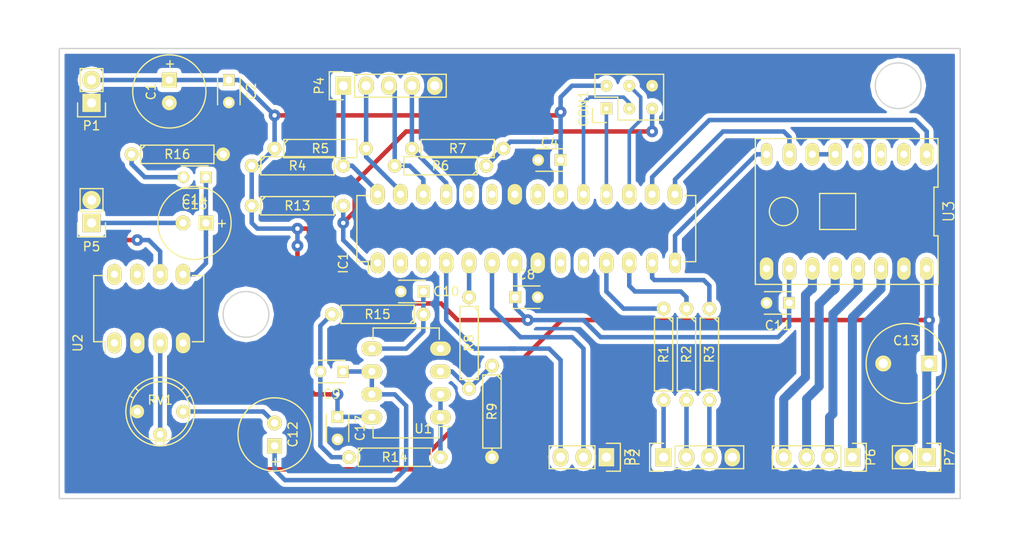
<source format=kicad_pcb>
(kicad_pcb (version 4) (host pcbnew 4.0.1-stable)

  (general
    (links 90)
    (no_connects 0)
    (area 64.924999 59.924999 165.075001 110.075001)
    (thickness 1.6)
    (drawings 6)
    (tracks 222)
    (zones 0)
    (modules 38)
    (nets 39)
  )

  (page A4)
  (layers
    (0 F.Cu signal)
    (31 B.Cu signal)
    (32 B.Adhes user)
    (33 F.Adhes user)
    (34 B.Paste user)
    (35 F.Paste user)
    (36 B.SilkS user)
    (37 F.SilkS user)
    (38 B.Mask user)
    (39 F.Mask user)
    (40 Dwgs.User user)
    (41 Cmts.User user)
    (42 Eco1.User user)
    (43 Eco2.User user)
    (44 Edge.Cuts user)
    (45 Margin user)
    (46 B.CrtYd user hide)
    (47 F.CrtYd user)
    (48 B.Fab user hide)
    (49 F.Fab user hide)
  )

  (setup
    (last_trace_width 0.5)
    (user_trace_width 0.3)
    (user_trace_width 0.4)
    (user_trace_width 0.5)
    (user_trace_width 1)
    (trace_clearance 0.2)
    (zone_clearance 0.508)
    (zone_45_only no)
    (trace_min 0.2)
    (segment_width 0.2)
    (edge_width 0.15)
    (via_size 0.6)
    (via_drill 0.4)
    (via_min_size 0.4)
    (via_min_drill 0.3)
    (user_via 1.3 0.5)
    (uvia_size 0.3)
    (uvia_drill 0.1)
    (uvias_allowed no)
    (uvia_min_size 0.2)
    (uvia_min_drill 0.1)
    (pcb_text_width 0.3)
    (pcb_text_size 1.5 1.5)
    (mod_edge_width 0.15)
    (mod_text_size 1 1)
    (mod_text_width 0.15)
    (pad_size 2.3 1.2)
    (pad_drill 0.8)
    (pad_to_mask_clearance 0.2)
    (aux_axis_origin 0 0)
    (visible_elements 7FFEFFFF)
    (pcbplotparams
      (layerselection 0x00030_80000001)
      (usegerberextensions false)
      (excludeedgelayer true)
      (linewidth 0.100000)
      (plotframeref false)
      (viasonmask false)
      (mode 1)
      (useauxorigin false)
      (hpglpennumber 1)
      (hpglpenspeed 20)
      (hpglpendiameter 15)
      (hpglpenoverlay 2)
      (psnegative false)
      (psa4output false)
      (plotreference true)
      (plotvalue true)
      (plotinvisibletext false)
      (padsonsilk false)
      (subtractmaskfromsilk false)
      (outputformat 1)
      (mirror false)
      (drillshape 1)
      (scaleselection 1)
      (outputdirectory ""))
  )

  (net 0 "")
  (net 1 VCC)
  (net 2 GND)
  (net 3 "Net-(C12-Pad1)")
  (net 4 "Net-(C9-Pad2)")
  (net 5 "Net-(C10-Pad1)")
  (net 6 "Net-(C12-Pad2)")
  (net 7 +12V)
  (net 8 "Net-(C14-Pad1)")
  (net 9 "Net-(C14-Pad2)")
  (net 10 "Net-(C15-Pad2)")
  (net 11 /MISO)
  (net 12 /SCK)
  (net 13 /MOSI)
  (net 14 /RESET)
  (net 15 /PI_INPUT)
  (net 16 /BEEPER)
  (net 17 /PI_FEEDBACK)
  (net 18 /LED_OPEN)
  (net 19 /LED_CLOSED)
  (net 20 /LED_PULL)
  (net 21 /MD_DIR)
  (net 22 /MD_STEP)
  (net 23 /MD_ENABLE)
  (net 24 /KEY)
  (net 25 /ES_CLOSED)
  (net 26 /ES_LOCKED)
  (net 27 /ES_UNLOCKED)
  (net 28 "Net-(P2-Pad1)")
  (net 29 "Net-(P2-Pad2)")
  (net 30 "Net-(P2-Pad3)")
  (net 31 "Net-(P6-Pad1)")
  (net 32 "Net-(P6-Pad2)")
  (net 33 "Net-(P6-Pad3)")
  (net 34 "Net-(P6-Pad4)")
  (net 35 "Net-(RV1-Pad2)")
  (net 36 "Net-(U3-Pad5)")
  (net 37 "Net-(R8-Pad2)")
  (net 38 "Net-(R14-Pad2)")

  (net_class Default "Dies ist die voreingestellte Netzklasse."
    (clearance 0.2)
    (trace_width 0.25)
    (via_dia 0.6)
    (via_drill 0.4)
    (uvia_dia 0.3)
    (uvia_drill 0.1)
    (add_net +12V)
    (add_net /BEEPER)
    (add_net /ES_CLOSED)
    (add_net /ES_LOCKED)
    (add_net /ES_UNLOCKED)
    (add_net /KEY)
    (add_net /LED_CLOSED)
    (add_net /LED_OPEN)
    (add_net /LED_PULL)
    (add_net /MD_DIR)
    (add_net /MD_ENABLE)
    (add_net /MD_STEP)
    (add_net /MISO)
    (add_net /MOSI)
    (add_net /PI_FEEDBACK)
    (add_net /PI_INPUT)
    (add_net /RESET)
    (add_net /SCK)
    (add_net GND)
    (add_net "Net-(C10-Pad1)")
    (add_net "Net-(C12-Pad1)")
    (add_net "Net-(C12-Pad2)")
    (add_net "Net-(C14-Pad1)")
    (add_net "Net-(C14-Pad2)")
    (add_net "Net-(C15-Pad2)")
    (add_net "Net-(C9-Pad2)")
    (add_net "Net-(P2-Pad1)")
    (add_net "Net-(P2-Pad2)")
    (add_net "Net-(P2-Pad3)")
    (add_net "Net-(P6-Pad1)")
    (add_net "Net-(P6-Pad2)")
    (add_net "Net-(P6-Pad3)")
    (add_net "Net-(P6-Pad4)")
    (add_net "Net-(R14-Pad2)")
    (add_net "Net-(R8-Pad2)")
    (add_net "Net-(RV1-Pad2)")
    (add_net "Net-(U3-Pad5)")
    (add_net VCC)
  )

  (module Housings_DIP:DIP-28_W7.62mm_LongPads (layer F.Cu) (tedit 5A4AB28C) (tstamp 5A48283D)
    (at 100.33 83.82 90)
    (descr "28-lead dip package, row spacing 7.62 mm (300 mils), longer pads")
    (tags "dil dip 2.54 300")
    (path /5A31671F)
    (fp_text reference IC1 (at 0 -3.81 90) (layer F.SilkS)
      (effects (font (size 1 1) (thickness 0.15)))
    )
    (fp_text value ATMEGA328P-P (at 0 -3.72 90) (layer F.Fab)
      (effects (font (size 1 1) (thickness 0.15)))
    )
    (fp_line (start -1.4 -2.45) (end -1.4 35.5) (layer F.CrtYd) (width 0.05))
    (fp_line (start 9 -2.45) (end 9 35.5) (layer F.CrtYd) (width 0.05))
    (fp_line (start -1.4 -2.45) (end 9 -2.45) (layer F.CrtYd) (width 0.05))
    (fp_line (start -1.4 35.5) (end 9 35.5) (layer F.CrtYd) (width 0.05))
    (fp_line (start 0.135 -2.295) (end 0.135 -1.025) (layer F.SilkS) (width 0.15))
    (fp_line (start 7.485 -2.295) (end 7.485 -1.025) (layer F.SilkS) (width 0.15))
    (fp_line (start 7.485 35.315) (end 7.485 34.045) (layer F.SilkS) (width 0.15))
    (fp_line (start 0.135 35.315) (end 0.135 34.045) (layer F.SilkS) (width 0.15))
    (fp_line (start 0.135 -2.295) (end 7.485 -2.295) (layer F.SilkS) (width 0.15))
    (fp_line (start 0.135 35.315) (end 7.485 35.315) (layer F.SilkS) (width 0.15))
    (fp_line (start 0.135 -1.025) (end -1.15 -1.025) (layer F.SilkS) (width 0.15))
    (pad 1 thru_hole oval (at 0 0 90) (size 2.3 1.6) (drill 0.8) (layers *.Cu *.Mask F.SilkS)
      (net 14 /RESET))
    (pad 2 thru_hole oval (at 0 2.54 90) (size 2.3 1.6) (drill 0.8) (layers *.Cu *.Mask F.SilkS))
    (pad 3 thru_hole oval (at 0 5.08 90) (size 2.3 1.6) (drill 0.8) (layers *.Cu *.Mask F.SilkS))
    (pad 4 thru_hole oval (at 0 7.62 90) (size 2.3 1.6) (drill 0.8) (layers *.Cu *.Mask F.SilkS)
      (net 15 /PI_INPUT))
    (pad 5 thru_hole oval (at 0 10.16 90) (size 2.3 1.6) (drill 0.8) (layers *.Cu *.Mask F.SilkS)
      (net 16 /BEEPER))
    (pad 6 thru_hole oval (at 0 12.7 90) (size 2.3 1.6) (drill 0.8) (layers *.Cu *.Mask F.SilkS)
      (net 17 /PI_FEEDBACK))
    (pad 7 thru_hole oval (at 0 15.24 90) (size 2.3 1.6) (drill 0.8) (layers *.Cu *.Mask F.SilkS)
      (net 1 VCC))
    (pad 8 thru_hole oval (at 0 17.78 90) (size 2.3 1.6) (drill 0.8) (layers *.Cu *.Mask F.SilkS)
      (net 2 GND))
    (pad 9 thru_hole oval (at 0 20.32 90) (size 2.3 1.2) (drill 0.8) (layers *.Cu *.Mask F.SilkS))
    (pad 10 thru_hole oval (at 0 22.86 90) (size 2.3 1.2) (drill 0.8) (layers *.Cu *.Mask F.SilkS))
    (pad 11 thru_hole oval (at 0 25.4 90) (size 2.3 1.6) (drill 0.8) (layers *.Cu *.Mask F.SilkS)
      (net 18 /LED_OPEN))
    (pad 12 thru_hole oval (at 0 27.94 90) (size 2.3 1.6) (drill 0.8) (layers *.Cu *.Mask F.SilkS)
      (net 19 /LED_CLOSED))
    (pad 13 thru_hole oval (at 0 30.48 90) (size 2.3 1.3) (drill 0.8) (layers *.Cu *.Mask F.SilkS)
      (net 20 /LED_PULL))
    (pad 14 thru_hole oval (at 0 33.02 90) (size 2.3 1.3) (drill 0.8) (layers *.Cu *.Mask F.SilkS)
      (net 21 /MD_DIR))
    (pad 15 thru_hole oval (at 7.62 33.02 90) (size 2.3 1.6) (drill 0.8) (layers *.Cu *.Mask F.SilkS)
      (net 22 /MD_STEP))
    (pad 16 thru_hole oval (at 7.62 30.48 90) (size 2.3 1.6) (drill 0.8) (layers *.Cu *.Mask F.SilkS)
      (net 23 /MD_ENABLE))
    (pad 17 thru_hole oval (at 7.62 27.94 90) (size 2.3 1.6) (drill 0.8) (layers *.Cu *.Mask F.SilkS)
      (net 13 /MOSI))
    (pad 18 thru_hole oval (at 7.62 25.4 90) (size 2.3 1.3) (drill 0.8) (layers *.Cu *.Mask F.SilkS)
      (net 11 /MISO))
    (pad 19 thru_hole oval (at 7.62 22.86 90) (size 2.3 1.3) (drill 0.8) (layers *.Cu *.Mask F.SilkS)
      (net 12 /SCK))
    (pad 20 thru_hole oval (at 7.62 20.32 90) (size 2.3 1.6) (drill 0.8) (layers *.Cu *.Mask F.SilkS)
      (net 1 VCC))
    (pad 21 thru_hole oval (at 7.62 17.78 90) (size 2.3 1.6) (drill 0.8) (layers *.Cu *.Mask F.SilkS))
    (pad 22 thru_hole oval (at 7.62 15.24 90) (size 2.3 1.6) (drill 0.8) (layers *.Cu *.Mask F.SilkS)
      (net 2 GND))
    (pad 23 thru_hole oval (at 7.62 12.7 90) (size 2.3 1.2) (drill 0.8) (layers *.Cu *.Mask F.SilkS))
    (pad 24 thru_hole oval (at 7.62 10.16 90) (size 2.3 1.2) (drill 0.8) (layers *.Cu *.Mask F.SilkS))
    (pad 25 thru_hole oval (at 7.62 7.62 90) (size 2.3 1.3) (drill 0.8) (layers *.Cu *.Mask F.SilkS)
      (net 24 /KEY))
    (pad 26 thru_hole oval (at 7.62 5.08 90) (size 2.3 1.6) (drill 0.8) (layers *.Cu *.Mask F.SilkS)
      (net 25 /ES_CLOSED))
    (pad 27 thru_hole oval (at 7.62 2.54 90) (size 2.3 1.6) (drill 0.8) (layers *.Cu *.Mask F.SilkS)
      (net 26 /ES_LOCKED))
    (pad 28 thru_hole oval (at 7.62 0 90) (size 2.3 1.6) (drill 0.8) (layers *.Cu *.Mask F.SilkS)
      (net 27 /ES_UNLOCKED))
    (model Housings_DIP.3dshapes/DIP-28_W7.62mm_LongPads.wrl
      (at (xyz 0 0 0))
      (scale (xyz 1 1 1))
      (rotate (xyz 0 0 0))
    )
  )

  (module Capacitors_ThroughHole:C_Disc_D3_P2.5 (layer F.Cu) (tedit 0) (tstamp 5A4827B9)
    (at 83.82 63.5 270)
    (descr "Capacitor 3mm Disc, Pitch 2.5mm")
    (tags Capacitor)
    (path /5A48A6FD)
    (fp_text reference C2 (at 1.25 -2.5 270) (layer F.SilkS)
      (effects (font (size 1 1) (thickness 0.15)))
    )
    (fp_text value 100n (at 1.25 2.5 270) (layer F.Fab)
      (effects (font (size 1 1) (thickness 0.15)))
    )
    (fp_line (start -0.9 -1.5) (end 3.4 -1.5) (layer F.CrtYd) (width 0.05))
    (fp_line (start 3.4 -1.5) (end 3.4 1.5) (layer F.CrtYd) (width 0.05))
    (fp_line (start 3.4 1.5) (end -0.9 1.5) (layer F.CrtYd) (width 0.05))
    (fp_line (start -0.9 1.5) (end -0.9 -1.5) (layer F.CrtYd) (width 0.05))
    (fp_line (start -0.25 -1.25) (end 2.75 -1.25) (layer F.SilkS) (width 0.15))
    (fp_line (start 2.75 1.25) (end -0.25 1.25) (layer F.SilkS) (width 0.15))
    (pad 1 thru_hole rect (at 0 0 270) (size 1.3 1.3) (drill 0.8) (layers *.Cu *.Mask F.SilkS)
      (net 1 VCC))
    (pad 2 thru_hole circle (at 2.5 0 270) (size 1.3 1.3) (drill 0.8001) (layers *.Cu *.Mask F.SilkS)
      (net 2 GND))
    (model Capacitors_ThroughHole.3dshapes/C_Disc_D3_P2.5.wrl
      (at (xyz 0.0492126 0 0))
      (scale (xyz 1 1 1))
      (rotate (xyz 0 0 0))
    )
  )

  (module Capacitors_ThroughHole:C_Disc_D3_P2.5 (layer F.Cu) (tedit 0) (tstamp 5A4827C5)
    (at 120.65 72.39 180)
    (descr "Capacitor 3mm Disc, Pitch 2.5mm")
    (tags Capacitor)
    (path /5A317CA4)
    (fp_text reference C4 (at 1.23 1.905 180) (layer F.SilkS)
      (effects (font (size 1 1) (thickness 0.15)))
    )
    (fp_text value 100n (at 1.25 2.5 180) (layer F.Fab)
      (effects (font (size 1 1) (thickness 0.15)))
    )
    (fp_line (start -0.9 -1.5) (end 3.4 -1.5) (layer F.CrtYd) (width 0.05))
    (fp_line (start 3.4 -1.5) (end 3.4 1.5) (layer F.CrtYd) (width 0.05))
    (fp_line (start 3.4 1.5) (end -0.9 1.5) (layer F.CrtYd) (width 0.05))
    (fp_line (start -0.9 1.5) (end -0.9 -1.5) (layer F.CrtYd) (width 0.05))
    (fp_line (start -0.25 -1.25) (end 2.75 -1.25) (layer F.SilkS) (width 0.15))
    (fp_line (start 2.75 1.25) (end -0.25 1.25) (layer F.SilkS) (width 0.15))
    (pad 1 thru_hole rect (at 0 0 180) (size 1.3 1.3) (drill 0.8) (layers *.Cu *.Mask F.SilkS)
      (net 1 VCC))
    (pad 2 thru_hole circle (at 2.5 0 180) (size 1.3 1.3) (drill 0.8001) (layers *.Cu *.Mask F.SilkS)
      (net 2 GND))
    (model Capacitors_ThroughHole.3dshapes/C_Disc_D3_P2.5.wrl
      (at (xyz 0.0492126 0 0))
      (scale (xyz 1 1 1))
      (rotate (xyz 0 0 0))
    )
  )

  (module Capacitors_ThroughHole:C_Disc_D3_P2.5 (layer F.Cu) (tedit 0) (tstamp 5A4827DD)
    (at 115.61 87.63)
    (descr "Capacitor 3mm Disc, Pitch 2.5mm")
    (tags Capacitor)
    (path /5A396F10)
    (fp_text reference C8 (at 1.25 -2.5) (layer F.SilkS)
      (effects (font (size 1 1) (thickness 0.15)))
    )
    (fp_text value 100n (at 1.25 2.5) (layer F.Fab)
      (effects (font (size 1 1) (thickness 0.15)))
    )
    (fp_line (start -0.9 -1.5) (end 3.4 -1.5) (layer F.CrtYd) (width 0.05))
    (fp_line (start 3.4 -1.5) (end 3.4 1.5) (layer F.CrtYd) (width 0.05))
    (fp_line (start 3.4 1.5) (end -0.9 1.5) (layer F.CrtYd) (width 0.05))
    (fp_line (start -0.9 1.5) (end -0.9 -1.5) (layer F.CrtYd) (width 0.05))
    (fp_line (start -0.25 -1.25) (end 2.75 -1.25) (layer F.SilkS) (width 0.15))
    (fp_line (start 2.75 1.25) (end -0.25 1.25) (layer F.SilkS) (width 0.15))
    (pad 1 thru_hole rect (at 0 0) (size 1.3 1.3) (drill 0.8) (layers *.Cu *.Mask F.SilkS)
      (net 1 VCC))
    (pad 2 thru_hole circle (at 2.5 0) (size 1.3 1.3) (drill 0.8001) (layers *.Cu *.Mask F.SilkS)
      (net 2 GND))
    (model Capacitors_ThroughHole.3dshapes/C_Disc_D3_P2.5.wrl
      (at (xyz 0.0492126 0 0))
      (scale (xyz 1 1 1))
      (rotate (xyz 0 0 0))
    )
  )

  (module Capacitors_ThroughHole:C_Disc_D3_P2.5 (layer F.Cu) (tedit 0) (tstamp 5A4827E3)
    (at 96.48 95.885 180)
    (descr "Capacitor 3mm Disc, Pitch 2.5mm")
    (tags Capacitor)
    (path /5A3993FB)
    (fp_text reference C9 (at 1.25 -2.5 180) (layer F.SilkS)
      (effects (font (size 1 1) (thickness 0.15)))
    )
    (fp_text value 4n7 (at 1.25 2.5 180) (layer F.Fab)
      (effects (font (size 1 1) (thickness 0.15)))
    )
    (fp_line (start -0.9 -1.5) (end 3.4 -1.5) (layer F.CrtYd) (width 0.05))
    (fp_line (start 3.4 -1.5) (end 3.4 1.5) (layer F.CrtYd) (width 0.05))
    (fp_line (start 3.4 1.5) (end -0.9 1.5) (layer F.CrtYd) (width 0.05))
    (fp_line (start -0.9 1.5) (end -0.9 -1.5) (layer F.CrtYd) (width 0.05))
    (fp_line (start -0.25 -1.25) (end 2.75 -1.25) (layer F.SilkS) (width 0.15))
    (fp_line (start 2.75 1.25) (end -0.25 1.25) (layer F.SilkS) (width 0.15))
    (pad 1 thru_hole rect (at 0 0 180) (size 1.3 1.3) (drill 0.8) (layers *.Cu *.Mask F.SilkS)
      (net 3 "Net-(C12-Pad1)"))
    (pad 2 thru_hole circle (at 2.5 0 180) (size 1.3 1.3) (drill 0.8001) (layers *.Cu *.Mask F.SilkS)
      (net 4 "Net-(C9-Pad2)"))
    (model Capacitors_ThroughHole.3dshapes/C_Disc_D3_P2.5.wrl
      (at (xyz 0.0492126 0 0))
      (scale (xyz 1 1 1))
      (rotate (xyz 0 0 0))
    )
  )

  (module Capacitors_ThroughHole:C_Disc_D3_P2.5 (layer F.Cu) (tedit 0) (tstamp 5A4827E9)
    (at 105.41 86.995 180)
    (descr "Capacitor 3mm Disc, Pitch 2.5mm")
    (tags Capacitor)
    (path /5A3990EB)
    (fp_text reference C10 (at -2.54 0 180) (layer F.SilkS)
      (effects (font (size 1 1) (thickness 0.15)))
    )
    (fp_text value 2n2 (at 1.25 2.5 180) (layer F.Fab)
      (effects (font (size 1 1) (thickness 0.15)))
    )
    (fp_line (start -0.9 -1.5) (end 3.4 -1.5) (layer F.CrtYd) (width 0.05))
    (fp_line (start 3.4 -1.5) (end 3.4 1.5) (layer F.CrtYd) (width 0.05))
    (fp_line (start 3.4 1.5) (end -0.9 1.5) (layer F.CrtYd) (width 0.05))
    (fp_line (start -0.9 1.5) (end -0.9 -1.5) (layer F.CrtYd) (width 0.05))
    (fp_line (start -0.25 -1.25) (end 2.75 -1.25) (layer F.SilkS) (width 0.15))
    (fp_line (start 2.75 1.25) (end -0.25 1.25) (layer F.SilkS) (width 0.15))
    (pad 1 thru_hole rect (at 0 0 180) (size 1.3 1.3) (drill 0.8) (layers *.Cu *.Mask F.SilkS)
      (net 5 "Net-(C10-Pad1)"))
    (pad 2 thru_hole circle (at 2.5 0 180) (size 1.3 1.3) (drill 0.8001) (layers *.Cu *.Mask F.SilkS)
      (net 2 GND))
    (model Capacitors_ThroughHole.3dshapes/C_Disc_D3_P2.5.wrl
      (at (xyz 0.0492126 0 0))
      (scale (xyz 1 1 1))
      (rotate (xyz 0 0 0))
    )
  )

  (module Capacitors_ThroughHole:C_Disc_D3_P2.5 (layer F.Cu) (tedit 0) (tstamp 5A4827EF)
    (at 146.01 88.265 180)
    (descr "Capacitor 3mm Disc, Pitch 2.5mm")
    (tags Capacitor)
    (path /5A317EE1)
    (fp_text reference C11 (at 1.25 -2.5 180) (layer F.SilkS)
      (effects (font (size 1 1) (thickness 0.15)))
    )
    (fp_text value 100n (at 1.25 2.5 180) (layer F.Fab)
      (effects (font (size 1 1) (thickness 0.15)))
    )
    (fp_line (start -0.9 -1.5) (end 3.4 -1.5) (layer F.CrtYd) (width 0.05))
    (fp_line (start 3.4 -1.5) (end 3.4 1.5) (layer F.CrtYd) (width 0.05))
    (fp_line (start 3.4 1.5) (end -0.9 1.5) (layer F.CrtYd) (width 0.05))
    (fp_line (start -0.9 1.5) (end -0.9 -1.5) (layer F.CrtYd) (width 0.05))
    (fp_line (start -0.25 -1.25) (end 2.75 -1.25) (layer F.SilkS) (width 0.15))
    (fp_line (start 2.75 1.25) (end -0.25 1.25) (layer F.SilkS) (width 0.15))
    (pad 1 thru_hole rect (at 0 0 180) (size 1.3 1.3) (drill 0.8) (layers *.Cu *.Mask F.SilkS)
      (net 1 VCC))
    (pad 2 thru_hole circle (at 2.5 0 180) (size 1.3 1.3) (drill 0.8001) (layers *.Cu *.Mask F.SilkS)
      (net 2 GND))
    (model Capacitors_ThroughHole.3dshapes/C_Disc_D3_P2.5.wrl
      (at (xyz 0.0492126 0 0))
      (scale (xyz 1 1 1))
      (rotate (xyz 0 0 0))
    )
  )

  (module Discret:C2V8 (layer F.Cu) (tedit 0) (tstamp 5A4827FB)
    (at 159.004 94.996 180)
    (descr "Condensateur polarise")
    (tags CP)
    (path /5A486E6B)
    (fp_text reference C13 (at 0 2.54 180) (layer F.SilkS)
      (effects (font (size 1 1) (thickness 0.15)))
    )
    (fp_text value 1m (at 0 -2.54 180) (layer F.Fab)
      (effects (font (size 1 1) (thickness 0.15)))
    )
    (fp_circle (center 0 0) (end -4.445 0) (layer F.SilkS) (width 0.15))
    (pad 1 thru_hole rect (at -2.54 0 180) (size 1.778 1.778) (drill 1.016) (layers *.Cu *.Mask F.SilkS)
      (net 7 +12V))
    (pad 2 thru_hole circle (at 2.54 0 180) (size 1.778 1.778) (drill 1.016) (layers *.Cu *.Mask F.SilkS)
      (net 2 GND))
    (model Discret.3dshapes/C2V8.wrl
      (at (xyz 0 0 0))
      (scale (xyz 1 1 1))
      (rotate (xyz 0 0 0))
    )
  )

  (module Capacitors_ThroughHole:C_Disc_D3_P2.5 (layer F.Cu) (tedit 0) (tstamp 5A482801)
    (at 81.28 74.295 180)
    (descr "Capacitor 3mm Disc, Pitch 2.5mm")
    (tags Capacitor)
    (path /5A4880D9)
    (fp_text reference C14 (at 1.25 -2.5 180) (layer F.SilkS)
      (effects (font (size 1 1) (thickness 0.15)))
    )
    (fp_text value 50n (at 1.25 2.5 180) (layer F.Fab)
      (effects (font (size 1 1) (thickness 0.15)))
    )
    (fp_line (start -0.9 -1.5) (end 3.4 -1.5) (layer F.CrtYd) (width 0.05))
    (fp_line (start 3.4 -1.5) (end 3.4 1.5) (layer F.CrtYd) (width 0.05))
    (fp_line (start 3.4 1.5) (end -0.9 1.5) (layer F.CrtYd) (width 0.05))
    (fp_line (start -0.9 1.5) (end -0.9 -1.5) (layer F.CrtYd) (width 0.05))
    (fp_line (start -0.25 -1.25) (end 2.75 -1.25) (layer F.SilkS) (width 0.15))
    (fp_line (start 2.75 1.25) (end -0.25 1.25) (layer F.SilkS) (width 0.15))
    (pad 1 thru_hole rect (at 0 0 180) (size 1.3 1.3) (drill 0.8) (layers *.Cu *.Mask F.SilkS)
      (net 8 "Net-(C14-Pad1)"))
    (pad 2 thru_hole circle (at 2.5 0 180) (size 1.3 1.3) (drill 0.8001) (layers *.Cu *.Mask F.SilkS)
      (net 9 "Net-(C14-Pad2)"))
    (model Capacitors_ThroughHole.3dshapes/C_Disc_D3_P2.5.wrl
      (at (xyz 0.0492126 0 0))
      (scale (xyz 1 1 1))
      (rotate (xyz 0 0 0))
    )
  )

  (module Pin_Headers:Pin_Header_Straight_2x03 (layer F.Cu) (tedit 5A4A7F31) (tstamp 5A48281D)
    (at 125.73 66.675 90)
    (descr "Through hole pin header")
    (tags "pin header")
    (path /5A318090)
    (fp_text reference CON1 (at 0 -2.54 90) (layer F.SilkS)
      (effects (font (size 1 1) (thickness 0.15)))
    )
    (fp_text value AVR-ISP-6 (at 0 -3.1 90) (layer F.Fab)
      (effects (font (size 1 1) (thickness 0.15)))
    )
    (fp_line (start -1.27 1.27) (end -1.27 6.35) (layer F.SilkS) (width 0.15))
    (fp_line (start -1.55 -1.55) (end 0 -1.55) (layer F.SilkS) (width 0.15))
    (fp_line (start -1.75 -1.75) (end -1.75 6.85) (layer F.CrtYd) (width 0.05))
    (fp_line (start 4.3 -1.75) (end 4.3 6.85) (layer F.CrtYd) (width 0.05))
    (fp_line (start -1.75 -1.75) (end 4.3 -1.75) (layer F.CrtYd) (width 0.05))
    (fp_line (start -1.75 6.85) (end 4.3 6.85) (layer F.CrtYd) (width 0.05))
    (fp_line (start 1.27 -1.27) (end 1.27 1.27) (layer F.SilkS) (width 0.15))
    (fp_line (start 1.27 1.27) (end -1.27 1.27) (layer F.SilkS) (width 0.15))
    (fp_line (start -1.27 6.35) (end 3.81 6.35) (layer F.SilkS) (width 0.15))
    (fp_line (start 3.81 6.35) (end 3.81 1.27) (layer F.SilkS) (width 0.15))
    (fp_line (start -1.55 -1.55) (end -1.55 0) (layer F.SilkS) (width 0.15))
    (fp_line (start 3.81 -1.27) (end 1.27 -1.27) (layer F.SilkS) (width 0.15))
    (fp_line (start 3.81 1.27) (end 3.81 -1.27) (layer F.SilkS) (width 0.15))
    (pad 1 thru_hole rect (at 0 0 90) (size 1.3 1.3) (drill 0.5) (layers *.Cu *.Mask F.SilkS)
      (net 11 /MISO))
    (pad 2 thru_hole circle (at 2.54 0 90) (size 1.3 1.3) (drill 0.5) (layers *.Cu *.Mask F.SilkS)
      (net 1 VCC))
    (pad 3 thru_hole circle (at 0 2.54 90) (size 1.3 1.3) (drill 0.5) (layers *.Cu *.Mask F.SilkS)
      (net 12 /SCK))
    (pad 4 thru_hole circle (at 2.54 2.54 90) (size 1.3 1.3) (drill 0.5) (layers *.Cu *.Mask F.SilkS)
      (net 13 /MOSI))
    (pad 5 thru_hole circle (at 0 5.08 90) (size 1.3 1.3) (drill 0.5) (layers *.Cu *.Mask F.SilkS)
      (net 14 /RESET))
    (pad 6 thru_hole circle (at 2.54 5.08 90) (size 1.3 1.3) (drill 0.5) (layers *.Cu *.Mask F.SilkS)
      (net 2 GND))
    (model Pin_Headers.3dshapes/Pin_Header_Straight_2x03.wrl
      (at (xyz 0.05 -0.1 0))
      (scale (xyz 1 1 1))
      (rotate (xyz 0 0 90))
    )
  )

  (module Pin_Headers:Pin_Header_Straight_1x02 (layer F.Cu) (tedit 54EA090C) (tstamp 5A482843)
    (at 68.58 66.04 180)
    (descr "Through hole pin header")
    (tags "pin header")
    (path /5A318AF5)
    (fp_text reference P1 (at 0 -2.54 180) (layer F.SilkS)
      (effects (font (size 1 1) (thickness 0.15)))
    )
    (fp_text value CONN_Versorgung (at 0 -3.1 180) (layer F.Fab)
      (effects (font (size 1 1) (thickness 0.15)))
    )
    (fp_line (start 1.27 1.27) (end 1.27 3.81) (layer F.SilkS) (width 0.15))
    (fp_line (start 1.55 -1.55) (end 1.55 0) (layer F.SilkS) (width 0.15))
    (fp_line (start -1.75 -1.75) (end -1.75 4.3) (layer F.CrtYd) (width 0.05))
    (fp_line (start 1.75 -1.75) (end 1.75 4.3) (layer F.CrtYd) (width 0.05))
    (fp_line (start -1.75 -1.75) (end 1.75 -1.75) (layer F.CrtYd) (width 0.05))
    (fp_line (start -1.75 4.3) (end 1.75 4.3) (layer F.CrtYd) (width 0.05))
    (fp_line (start 1.27 1.27) (end -1.27 1.27) (layer F.SilkS) (width 0.15))
    (fp_line (start -1.55 0) (end -1.55 -1.55) (layer F.SilkS) (width 0.15))
    (fp_line (start -1.55 -1.55) (end 1.55 -1.55) (layer F.SilkS) (width 0.15))
    (fp_line (start -1.27 1.27) (end -1.27 3.81) (layer F.SilkS) (width 0.15))
    (fp_line (start -1.27 3.81) (end 1.27 3.81) (layer F.SilkS) (width 0.15))
    (pad 1 thru_hole rect (at 0 0 180) (size 2.032 2.032) (drill 1.016) (layers *.Cu *.Mask F.SilkS)
      (net 2 GND))
    (pad 2 thru_hole oval (at 0 2.54 180) (size 2.032 2.032) (drill 1.016) (layers *.Cu *.Mask F.SilkS)
      (net 1 VCC))
    (model Pin_Headers.3dshapes/Pin_Header_Straight_1x02.wrl
      (at (xyz 0 -0.05 0))
      (scale (xyz 1 1 1))
      (rotate (xyz 0 0 90))
    )
  )

  (module Pin_Headers:Pin_Header_Straight_1x04 (layer F.Cu) (tedit 0) (tstamp 5A48284B)
    (at 132.08 105.41 90)
    (descr "Through hole pin header")
    (tags "pin header")
    (path /5A393F3F)
    (fp_text reference P2 (at 0 -3.175 90) (layer F.SilkS)
      (effects (font (size 1 1) (thickness 0.15)))
    )
    (fp_text value CONN_01X04 (at 0 -3.1 90) (layer F.Fab)
      (effects (font (size 1 1) (thickness 0.15)))
    )
    (fp_line (start -1.75 -1.75) (end -1.75 9.4) (layer F.CrtYd) (width 0.05))
    (fp_line (start 1.75 -1.75) (end 1.75 9.4) (layer F.CrtYd) (width 0.05))
    (fp_line (start -1.75 -1.75) (end 1.75 -1.75) (layer F.CrtYd) (width 0.05))
    (fp_line (start -1.75 9.4) (end 1.75 9.4) (layer F.CrtYd) (width 0.05))
    (fp_line (start -1.27 1.27) (end -1.27 8.89) (layer F.SilkS) (width 0.15))
    (fp_line (start 1.27 1.27) (end 1.27 8.89) (layer F.SilkS) (width 0.15))
    (fp_line (start 1.55 -1.55) (end 1.55 0) (layer F.SilkS) (width 0.15))
    (fp_line (start -1.27 8.89) (end 1.27 8.89) (layer F.SilkS) (width 0.15))
    (fp_line (start 1.27 1.27) (end -1.27 1.27) (layer F.SilkS) (width 0.15))
    (fp_line (start -1.55 0) (end -1.55 -1.55) (layer F.SilkS) (width 0.15))
    (fp_line (start -1.55 -1.55) (end 1.55 -1.55) (layer F.SilkS) (width 0.15))
    (pad 1 thru_hole rect (at 0 0 90) (size 2.032 1.7272) (drill 1.016) (layers *.Cu *.Mask F.SilkS)
      (net 28 "Net-(P2-Pad1)"))
    (pad 2 thru_hole oval (at 0 2.54 90) (size 2.032 1.7272) (drill 1.016) (layers *.Cu *.Mask F.SilkS)
      (net 29 "Net-(P2-Pad2)"))
    (pad 3 thru_hole oval (at 0 5.08 90) (size 2.032 1.7272) (drill 1.016) (layers *.Cu *.Mask F.SilkS)
      (net 30 "Net-(P2-Pad3)"))
    (pad 4 thru_hole oval (at 0 7.62 90) (size 2.032 1.7272) (drill 1.016) (layers *.Cu *.Mask F.SilkS)
      (net 2 GND))
    (model Pin_Headers.3dshapes/Pin_Header_Straight_1x04.wrl
      (at (xyz 0 -0.15 0))
      (scale (xyz 1 1 1))
      (rotate (xyz 0 0 90))
    )
  )

  (module Pin_Headers:Pin_Header_Straight_1x03 (layer F.Cu) (tedit 0) (tstamp 5A482852)
    (at 125.73 105.41 270)
    (descr "Through hole pin header")
    (tags "pin header")
    (path /5A393C3F)
    (fp_text reference P3 (at 0 -2.6 270) (layer F.SilkS)
      (effects (font (size 1 1) (thickness 0.15)))
    )
    (fp_text value CONN_PI (at 0 -3.1 270) (layer F.Fab)
      (effects (font (size 1 1) (thickness 0.15)))
    )
    (fp_line (start -1.75 -1.75) (end -1.75 6.85) (layer F.CrtYd) (width 0.05))
    (fp_line (start 1.75 -1.75) (end 1.75 6.85) (layer F.CrtYd) (width 0.05))
    (fp_line (start -1.75 -1.75) (end 1.75 -1.75) (layer F.CrtYd) (width 0.05))
    (fp_line (start -1.75 6.85) (end 1.75 6.85) (layer F.CrtYd) (width 0.05))
    (fp_line (start -1.27 1.27) (end -1.27 6.35) (layer F.SilkS) (width 0.15))
    (fp_line (start -1.27 6.35) (end 1.27 6.35) (layer F.SilkS) (width 0.15))
    (fp_line (start 1.27 6.35) (end 1.27 1.27) (layer F.SilkS) (width 0.15))
    (fp_line (start 1.55 -1.55) (end 1.55 0) (layer F.SilkS) (width 0.15))
    (fp_line (start 1.27 1.27) (end -1.27 1.27) (layer F.SilkS) (width 0.15))
    (fp_line (start -1.55 0) (end -1.55 -1.55) (layer F.SilkS) (width 0.15))
    (fp_line (start -1.55 -1.55) (end 1.55 -1.55) (layer F.SilkS) (width 0.15))
    (pad 1 thru_hole rect (at 0 0 270) (size 2.032 1.7272) (drill 1.016) (layers *.Cu *.Mask F.SilkS)
      (net 2 GND))
    (pad 2 thru_hole oval (at 0 2.54 270) (size 2.032 1.7272) (drill 1.016) (layers *.Cu *.Mask F.SilkS)
      (net 17 /PI_FEEDBACK))
    (pad 3 thru_hole oval (at 0 5.08 270) (size 2.032 1.7272) (drill 1.016) (layers *.Cu *.Mask F.SilkS)
      (net 15 /PI_INPUT))
    (model Pin_Headers.3dshapes/Pin_Header_Straight_1x03.wrl
      (at (xyz 0 -0.1 0))
      (scale (xyz 1 1 1))
      (rotate (xyz 0 0 90))
    )
  )

  (module Pin_Headers:Pin_Header_Straight_1x05 (layer F.Cu) (tedit 54EA0684) (tstamp 5A48285B)
    (at 96.52 64.135 90)
    (descr "Through hole pin header")
    (tags "pin header")
    (path /5A394902)
    (fp_text reference P4 (at 0 -2.669 90) (layer F.SilkS)
      (effects (font (size 1 1) (thickness 0.15)))
    )
    (fp_text value CONN_01X05 (at 0 -3.1 90) (layer F.Fab)
      (effects (font (size 1 1) (thickness 0.15)))
    )
    (fp_line (start -1.55 0) (end -1.55 -1.55) (layer F.SilkS) (width 0.15))
    (fp_line (start -1.55 -1.55) (end 1.55 -1.55) (layer F.SilkS) (width 0.15))
    (fp_line (start 1.55 -1.55) (end 1.55 0) (layer F.SilkS) (width 0.15))
    (fp_line (start -1.75 -1.75) (end -1.75 11.95) (layer F.CrtYd) (width 0.05))
    (fp_line (start 1.75 -1.75) (end 1.75 11.95) (layer F.CrtYd) (width 0.05))
    (fp_line (start -1.75 -1.75) (end 1.75 -1.75) (layer F.CrtYd) (width 0.05))
    (fp_line (start -1.75 11.95) (end 1.75 11.95) (layer F.CrtYd) (width 0.05))
    (fp_line (start 1.27 1.27) (end 1.27 11.43) (layer F.SilkS) (width 0.15))
    (fp_line (start 1.27 11.43) (end -1.27 11.43) (layer F.SilkS) (width 0.15))
    (fp_line (start -1.27 11.43) (end -1.27 1.27) (layer F.SilkS) (width 0.15))
    (fp_line (start 1.27 1.27) (end -1.27 1.27) (layer F.SilkS) (width 0.15))
    (pad 1 thru_hole rect (at 0 0 90) (size 2.032 1.7272) (drill 1.016) (layers *.Cu *.Mask F.SilkS)
      (net 27 /ES_UNLOCKED))
    (pad 2 thru_hole oval (at 0 2.54 90) (size 2.032 1.7272) (drill 1.016) (layers *.Cu *.Mask F.SilkS)
      (net 26 /ES_LOCKED))
    (pad 3 thru_hole oval (at 0 5.08 90) (size 2.032 1.7272) (drill 1.016) (layers *.Cu *.Mask F.SilkS)
      (net 25 /ES_CLOSED))
    (pad 4 thru_hole oval (at 0 7.62 90) (size 2.032 1.7272) (drill 1.016) (layers *.Cu *.Mask F.SilkS)
      (net 24 /KEY))
    (pad 5 thru_hole oval (at 0 10.16 90) (size 2.032 1.7272) (drill 1.016) (layers *.Cu *.Mask F.SilkS)
      (net 2 GND))
    (model Pin_Headers.3dshapes/Pin_Header_Straight_1x05.wrl
      (at (xyz 0 -0.2 0))
      (scale (xyz 1 1 1))
      (rotate (xyz 0 0 90))
    )
  )

  (module Pin_Headers:Pin_Header_Straight_1x02 (layer F.Cu) (tedit 54EA090C) (tstamp 5A482861)
    (at 68.58 79.375 180)
    (descr "Through hole pin header")
    (tags "pin header")
    (path /5A489C0A)
    (fp_text reference P5 (at 0 -2.645 180) (layer F.SilkS)
      (effects (font (size 1 1) (thickness 0.15)))
    )
    (fp_text value CONN_Speaker (at 0 -3.1 180) (layer F.Fab)
      (effects (font (size 1 1) (thickness 0.15)))
    )
    (fp_line (start 1.27 1.27) (end 1.27 3.81) (layer F.SilkS) (width 0.15))
    (fp_line (start 1.55 -1.55) (end 1.55 0) (layer F.SilkS) (width 0.15))
    (fp_line (start -1.75 -1.75) (end -1.75 4.3) (layer F.CrtYd) (width 0.05))
    (fp_line (start 1.75 -1.75) (end 1.75 4.3) (layer F.CrtYd) (width 0.05))
    (fp_line (start -1.75 -1.75) (end 1.75 -1.75) (layer F.CrtYd) (width 0.05))
    (fp_line (start -1.75 4.3) (end 1.75 4.3) (layer F.CrtYd) (width 0.05))
    (fp_line (start 1.27 1.27) (end -1.27 1.27) (layer F.SilkS) (width 0.15))
    (fp_line (start -1.55 0) (end -1.55 -1.55) (layer F.SilkS) (width 0.15))
    (fp_line (start -1.55 -1.55) (end 1.55 -1.55) (layer F.SilkS) (width 0.15))
    (fp_line (start -1.27 1.27) (end -1.27 3.81) (layer F.SilkS) (width 0.15))
    (fp_line (start -1.27 3.81) (end 1.27 3.81) (layer F.SilkS) (width 0.15))
    (pad 1 thru_hole rect (at 0 0 180) (size 2.032 2.032) (drill 1.016) (layers *.Cu *.Mask F.SilkS)
      (net 10 "Net-(C15-Pad2)"))
    (pad 2 thru_hole oval (at 0 2.54 180) (size 2.032 2.032) (drill 1.016) (layers *.Cu *.Mask F.SilkS)
      (net 2 GND))
    (model Pin_Headers.3dshapes/Pin_Header_Straight_1x02.wrl
      (at (xyz 0 -0.05 0))
      (scale (xyz 1 1 1))
      (rotate (xyz 0 0 90))
    )
  )

  (module Pin_Headers:Pin_Header_Straight_1x04 (layer F.Cu) (tedit 0) (tstamp 5A482869)
    (at 153.035 105.41 270)
    (descr "Through hole pin header")
    (tags "pin header")
    (path /5A319CA7)
    (fp_text reference P6 (at 0 -2.032 270) (layer F.SilkS)
      (effects (font (size 1 1) (thickness 0.15)))
    )
    (fp_text value CONN_Motor (at 0 -3.1 270) (layer F.Fab)
      (effects (font (size 1 1) (thickness 0.15)))
    )
    (fp_line (start -1.75 -1.75) (end -1.75 9.4) (layer F.CrtYd) (width 0.05))
    (fp_line (start 1.75 -1.75) (end 1.75 9.4) (layer F.CrtYd) (width 0.05))
    (fp_line (start -1.75 -1.75) (end 1.75 -1.75) (layer F.CrtYd) (width 0.05))
    (fp_line (start -1.75 9.4) (end 1.75 9.4) (layer F.CrtYd) (width 0.05))
    (fp_line (start -1.27 1.27) (end -1.27 8.89) (layer F.SilkS) (width 0.15))
    (fp_line (start 1.27 1.27) (end 1.27 8.89) (layer F.SilkS) (width 0.15))
    (fp_line (start 1.55 -1.55) (end 1.55 0) (layer F.SilkS) (width 0.15))
    (fp_line (start -1.27 8.89) (end 1.27 8.89) (layer F.SilkS) (width 0.15))
    (fp_line (start 1.27 1.27) (end -1.27 1.27) (layer F.SilkS) (width 0.15))
    (fp_line (start -1.55 0) (end -1.55 -1.55) (layer F.SilkS) (width 0.15))
    (fp_line (start -1.55 -1.55) (end 1.55 -1.55) (layer F.SilkS) (width 0.15))
    (pad 1 thru_hole rect (at 0 0 270) (size 2.032 1.7272) (drill 1.016) (layers *.Cu *.Mask F.SilkS)
      (net 31 "Net-(P6-Pad1)"))
    (pad 2 thru_hole oval (at 0 2.54 270) (size 2.032 1.7272) (drill 1.016) (layers *.Cu *.Mask F.SilkS)
      (net 32 "Net-(P6-Pad2)"))
    (pad 3 thru_hole oval (at 0 5.08 270) (size 2.032 1.7272) (drill 1.016) (layers *.Cu *.Mask F.SilkS)
      (net 33 "Net-(P6-Pad3)"))
    (pad 4 thru_hole oval (at 0 7.62 270) (size 2.032 1.7272) (drill 1.016) (layers *.Cu *.Mask F.SilkS)
      (net 34 "Net-(P6-Pad4)"))
    (model Pin_Headers.3dshapes/Pin_Header_Straight_1x04.wrl
      (at (xyz 0 -0.15 0))
      (scale (xyz 1 1 1))
      (rotate (xyz 0 0 90))
    )
  )

  (module Pin_Headers:Pin_Header_Straight_1x02 (layer F.Cu) (tedit 54EA090C) (tstamp 5A48286F)
    (at 161.29 105.41 270)
    (descr "Through hole pin header")
    (tags "pin header")
    (path /5A31B905)
    (fp_text reference P7 (at 0 -2.54 270) (layer F.SilkS)
      (effects (font (size 1 1) (thickness 0.15)))
    )
    (fp_text value CONN_Versorgung_Motor (at 0 -3.1 270) (layer F.Fab)
      (effects (font (size 1 1) (thickness 0.15)))
    )
    (fp_line (start 1.27 1.27) (end 1.27 3.81) (layer F.SilkS) (width 0.15))
    (fp_line (start 1.55 -1.55) (end 1.55 0) (layer F.SilkS) (width 0.15))
    (fp_line (start -1.75 -1.75) (end -1.75 4.3) (layer F.CrtYd) (width 0.05))
    (fp_line (start 1.75 -1.75) (end 1.75 4.3) (layer F.CrtYd) (width 0.05))
    (fp_line (start -1.75 -1.75) (end 1.75 -1.75) (layer F.CrtYd) (width 0.05))
    (fp_line (start -1.75 4.3) (end 1.75 4.3) (layer F.CrtYd) (width 0.05))
    (fp_line (start 1.27 1.27) (end -1.27 1.27) (layer F.SilkS) (width 0.15))
    (fp_line (start -1.55 0) (end -1.55 -1.55) (layer F.SilkS) (width 0.15))
    (fp_line (start -1.55 -1.55) (end 1.55 -1.55) (layer F.SilkS) (width 0.15))
    (fp_line (start -1.27 1.27) (end -1.27 3.81) (layer F.SilkS) (width 0.15))
    (fp_line (start -1.27 3.81) (end 1.27 3.81) (layer F.SilkS) (width 0.15))
    (pad 1 thru_hole rect (at 0 0 270) (size 2.032 2.032) (drill 1.016) (layers *.Cu *.Mask F.SilkS)
      (net 7 +12V))
    (pad 2 thru_hole oval (at 0 2.54 270) (size 2.032 2.032) (drill 1.016) (layers *.Cu *.Mask F.SilkS)
      (net 2 GND))
    (model Pin_Headers.3dshapes/Pin_Header_Straight_1x02.wrl
      (at (xyz 0 -0.05 0))
      (scale (xyz 1 1 1))
      (rotate (xyz 0 0 90))
    )
  )

  (module Discret:R4 (layer F.Cu) (tedit 0) (tstamp 5A482875)
    (at 132.08 93.98 270)
    (descr "Resitance 4 pas")
    (tags R)
    (path /5A393F82)
    (fp_text reference R1 (at 0 0 270) (layer F.SilkS)
      (effects (font (size 1 1) (thickness 0.15)))
    )
    (fp_text value 86 (at 0 0 270) (layer F.Fab)
      (effects (font (size 1 1) (thickness 0.15)))
    )
    (fp_line (start -5.08 0) (end -4.064 0) (layer F.SilkS) (width 0.15))
    (fp_line (start -4.064 0) (end -4.064 -1.016) (layer F.SilkS) (width 0.15))
    (fp_line (start -4.064 -1.016) (end 4.064 -1.016) (layer F.SilkS) (width 0.15))
    (fp_line (start 4.064 -1.016) (end 4.064 1.016) (layer F.SilkS) (width 0.15))
    (fp_line (start 4.064 1.016) (end -4.064 1.016) (layer F.SilkS) (width 0.15))
    (fp_line (start -4.064 1.016) (end -4.064 0) (layer F.SilkS) (width 0.15))
    (fp_line (start -4.064 -0.508) (end -3.556 -1.016) (layer F.SilkS) (width 0.15))
    (fp_line (start 5.08 0) (end 4.064 0) (layer F.SilkS) (width 0.15))
    (pad 1 thru_hole circle (at -5.08 0 270) (size 1.524 1.524) (drill 0.8128) (layers *.Cu *.Mask F.SilkS)
      (net 18 /LED_OPEN))
    (pad 2 thru_hole circle (at 5.08 0 270) (size 1.524 1.524) (drill 0.8128) (layers *.Cu *.Mask F.SilkS)
      (net 28 "Net-(P2-Pad1)"))
    (model Discret.3dshapes/R4.wrl
      (at (xyz 0 0 0))
      (scale (xyz 0.4 0.4 0.4))
      (rotate (xyz 0 0 0))
    )
  )

  (module Discret:R4 (layer F.Cu) (tedit 0) (tstamp 5A48287B)
    (at 134.62 93.98 270)
    (descr "Resitance 4 pas")
    (tags R)
    (path /5A393FF0)
    (fp_text reference R2 (at 0 0 270) (layer F.SilkS)
      (effects (font (size 1 1) (thickness 0.15)))
    )
    (fp_text value 86 (at 0 0 270) (layer F.Fab)
      (effects (font (size 1 1) (thickness 0.15)))
    )
    (fp_line (start -5.08 0) (end -4.064 0) (layer F.SilkS) (width 0.15))
    (fp_line (start -4.064 0) (end -4.064 -1.016) (layer F.SilkS) (width 0.15))
    (fp_line (start -4.064 -1.016) (end 4.064 -1.016) (layer F.SilkS) (width 0.15))
    (fp_line (start 4.064 -1.016) (end 4.064 1.016) (layer F.SilkS) (width 0.15))
    (fp_line (start 4.064 1.016) (end -4.064 1.016) (layer F.SilkS) (width 0.15))
    (fp_line (start -4.064 1.016) (end -4.064 0) (layer F.SilkS) (width 0.15))
    (fp_line (start -4.064 -0.508) (end -3.556 -1.016) (layer F.SilkS) (width 0.15))
    (fp_line (start 5.08 0) (end 4.064 0) (layer F.SilkS) (width 0.15))
    (pad 1 thru_hole circle (at -5.08 0 270) (size 1.524 1.524) (drill 0.8128) (layers *.Cu *.Mask F.SilkS)
      (net 19 /LED_CLOSED))
    (pad 2 thru_hole circle (at 5.08 0 270) (size 1.524 1.524) (drill 0.8128) (layers *.Cu *.Mask F.SilkS)
      (net 29 "Net-(P2-Pad2)"))
    (model Discret.3dshapes/R4.wrl
      (at (xyz 0 0 0))
      (scale (xyz 0.4 0.4 0.4))
      (rotate (xyz 0 0 0))
    )
  )

  (module Discret:R4 (layer F.Cu) (tedit 0) (tstamp 5A482881)
    (at 137.16 93.98 270)
    (descr "Resitance 4 pas")
    (tags R)
    (path /5A39417A)
    (fp_text reference R3 (at 0 0 270) (layer F.SilkS)
      (effects (font (size 1 1) (thickness 0.15)))
    )
    (fp_text value 86 (at 0 0 270) (layer F.Fab)
      (effects (font (size 1 1) (thickness 0.15)))
    )
    (fp_line (start -5.08 0) (end -4.064 0) (layer F.SilkS) (width 0.15))
    (fp_line (start -4.064 0) (end -4.064 -1.016) (layer F.SilkS) (width 0.15))
    (fp_line (start -4.064 -1.016) (end 4.064 -1.016) (layer F.SilkS) (width 0.15))
    (fp_line (start 4.064 -1.016) (end 4.064 1.016) (layer F.SilkS) (width 0.15))
    (fp_line (start 4.064 1.016) (end -4.064 1.016) (layer F.SilkS) (width 0.15))
    (fp_line (start -4.064 1.016) (end -4.064 0) (layer F.SilkS) (width 0.15))
    (fp_line (start -4.064 -0.508) (end -3.556 -1.016) (layer F.SilkS) (width 0.15))
    (fp_line (start 5.08 0) (end 4.064 0) (layer F.SilkS) (width 0.15))
    (pad 1 thru_hole circle (at -5.08 0 270) (size 1.524 1.524) (drill 0.8128) (layers *.Cu *.Mask F.SilkS)
      (net 20 /LED_PULL))
    (pad 2 thru_hole circle (at 5.08 0 270) (size 1.524 1.524) (drill 0.8128) (layers *.Cu *.Mask F.SilkS)
      (net 30 "Net-(P2-Pad3)"))
    (model Discret.3dshapes/R4.wrl
      (at (xyz 0 0 0))
      (scale (xyz 0.4 0.4 0.4))
      (rotate (xyz 0 0 0))
    )
  )

  (module Discret:R4 (layer F.Cu) (tedit 0) (tstamp 5A482887)
    (at 91.44 73.025)
    (descr "Resitance 4 pas")
    (tags R)
    (path /5A3946F3)
    (fp_text reference R4 (at 0 0) (layer F.SilkS)
      (effects (font (size 1 1) (thickness 0.15)))
    )
    (fp_text value 4k7 (at 0 0) (layer F.Fab)
      (effects (font (size 1 1) (thickness 0.15)))
    )
    (fp_line (start -5.08 0) (end -4.064 0) (layer F.SilkS) (width 0.15))
    (fp_line (start -4.064 0) (end -4.064 -1.016) (layer F.SilkS) (width 0.15))
    (fp_line (start -4.064 -1.016) (end 4.064 -1.016) (layer F.SilkS) (width 0.15))
    (fp_line (start 4.064 -1.016) (end 4.064 1.016) (layer F.SilkS) (width 0.15))
    (fp_line (start 4.064 1.016) (end -4.064 1.016) (layer F.SilkS) (width 0.15))
    (fp_line (start -4.064 1.016) (end -4.064 0) (layer F.SilkS) (width 0.15))
    (fp_line (start -4.064 -0.508) (end -3.556 -1.016) (layer F.SilkS) (width 0.15))
    (fp_line (start 5.08 0) (end 4.064 0) (layer F.SilkS) (width 0.15))
    (pad 1 thru_hole circle (at -5.08 0) (size 1.524 1.524) (drill 0.8128) (layers *.Cu *.Mask F.SilkS)
      (net 1 VCC))
    (pad 2 thru_hole circle (at 5.08 0) (size 1.524 1.524) (drill 0.8128) (layers *.Cu *.Mask F.SilkS)
      (net 27 /ES_UNLOCKED))
    (model Discret.3dshapes/R4.wrl
      (at (xyz 0 0 0))
      (scale (xyz 0.4 0.4 0.4))
      (rotate (xyz 0 0 0))
    )
  )

  (module Discret:R4 (layer F.Cu) (tedit 0) (tstamp 5A48288D)
    (at 93.98 71.12)
    (descr "Resitance 4 pas")
    (tags R)
    (path /5A39477A)
    (fp_text reference R5 (at 0 0) (layer F.SilkS)
      (effects (font (size 1 1) (thickness 0.15)))
    )
    (fp_text value 4k7 (at 0 0) (layer F.Fab)
      (effects (font (size 1 1) (thickness 0.15)))
    )
    (fp_line (start -5.08 0) (end -4.064 0) (layer F.SilkS) (width 0.15))
    (fp_line (start -4.064 0) (end -4.064 -1.016) (layer F.SilkS) (width 0.15))
    (fp_line (start -4.064 -1.016) (end 4.064 -1.016) (layer F.SilkS) (width 0.15))
    (fp_line (start 4.064 -1.016) (end 4.064 1.016) (layer F.SilkS) (width 0.15))
    (fp_line (start 4.064 1.016) (end -4.064 1.016) (layer F.SilkS) (width 0.15))
    (fp_line (start -4.064 1.016) (end -4.064 0) (layer F.SilkS) (width 0.15))
    (fp_line (start -4.064 -0.508) (end -3.556 -1.016) (layer F.SilkS) (width 0.15))
    (fp_line (start 5.08 0) (end 4.064 0) (layer F.SilkS) (width 0.15))
    (pad 1 thru_hole circle (at -5.08 0) (size 1.524 1.524) (drill 0.8128) (layers *.Cu *.Mask F.SilkS)
      (net 1 VCC))
    (pad 2 thru_hole circle (at 5.08 0) (size 1.524 1.524) (drill 0.8128) (layers *.Cu *.Mask F.SilkS)
      (net 26 /ES_LOCKED))
    (model Discret.3dshapes/R4.wrl
      (at (xyz 0 0 0))
      (scale (xyz 0.4 0.4 0.4))
      (rotate (xyz 0 0 0))
    )
  )

  (module Discret:R4 (layer F.Cu) (tedit 0) (tstamp 5A482893)
    (at 107.315 73.025 180)
    (descr "Resitance 4 pas")
    (tags R)
    (path /5A394838)
    (fp_text reference R6 (at 0 0 180) (layer F.SilkS)
      (effects (font (size 1 1) (thickness 0.15)))
    )
    (fp_text value 4k7 (at 0 0 180) (layer F.Fab)
      (effects (font (size 1 1) (thickness 0.15)))
    )
    (fp_line (start -5.08 0) (end -4.064 0) (layer F.SilkS) (width 0.15))
    (fp_line (start -4.064 0) (end -4.064 -1.016) (layer F.SilkS) (width 0.15))
    (fp_line (start -4.064 -1.016) (end 4.064 -1.016) (layer F.SilkS) (width 0.15))
    (fp_line (start 4.064 -1.016) (end 4.064 1.016) (layer F.SilkS) (width 0.15))
    (fp_line (start 4.064 1.016) (end -4.064 1.016) (layer F.SilkS) (width 0.15))
    (fp_line (start -4.064 1.016) (end -4.064 0) (layer F.SilkS) (width 0.15))
    (fp_line (start -4.064 -0.508) (end -3.556 -1.016) (layer F.SilkS) (width 0.15))
    (fp_line (start 5.08 0) (end 4.064 0) (layer F.SilkS) (width 0.15))
    (pad 1 thru_hole circle (at -5.08 0 180) (size 1.524 1.524) (drill 0.8128) (layers *.Cu *.Mask F.SilkS)
      (net 1 VCC))
    (pad 2 thru_hole circle (at 5.08 0 180) (size 1.524 1.524) (drill 0.8128) (layers *.Cu *.Mask F.SilkS)
      (net 25 /ES_CLOSED))
    (model Discret.3dshapes/R4.wrl
      (at (xyz 0 0 0))
      (scale (xyz 0.4 0.4 0.4))
      (rotate (xyz 0 0 0))
    )
  )

  (module Discret:R4 (layer F.Cu) (tedit 0) (tstamp 5A482899)
    (at 109.22 71.12 180)
    (descr "Resitance 4 pas")
    (tags R)
    (path /5A394898)
    (fp_text reference R7 (at 0 0 180) (layer F.SilkS)
      (effects (font (size 1 1) (thickness 0.15)))
    )
    (fp_text value 4k7 (at 0 0 180) (layer F.Fab)
      (effects (font (size 1 1) (thickness 0.15)))
    )
    (fp_line (start -5.08 0) (end -4.064 0) (layer F.SilkS) (width 0.15))
    (fp_line (start -4.064 0) (end -4.064 -1.016) (layer F.SilkS) (width 0.15))
    (fp_line (start -4.064 -1.016) (end 4.064 -1.016) (layer F.SilkS) (width 0.15))
    (fp_line (start 4.064 -1.016) (end 4.064 1.016) (layer F.SilkS) (width 0.15))
    (fp_line (start 4.064 1.016) (end -4.064 1.016) (layer F.SilkS) (width 0.15))
    (fp_line (start -4.064 1.016) (end -4.064 0) (layer F.SilkS) (width 0.15))
    (fp_line (start -4.064 -0.508) (end -3.556 -1.016) (layer F.SilkS) (width 0.15))
    (fp_line (start 5.08 0) (end 4.064 0) (layer F.SilkS) (width 0.15))
    (pad 1 thru_hole circle (at -5.08 0 180) (size 1.524 1.524) (drill 0.8128) (layers *.Cu *.Mask F.SilkS)
      (net 1 VCC))
    (pad 2 thru_hole circle (at 5.08 0 180) (size 1.524 1.524) (drill 0.8128) (layers *.Cu *.Mask F.SilkS)
      (net 24 /KEY))
    (model Discret.3dshapes/R4.wrl
      (at (xyz 0 0 0))
      (scale (xyz 0.4 0.4 0.4))
      (rotate (xyz 0 0 0))
    )
  )

  (module Discret:R4 (layer F.Cu) (tedit 0) (tstamp 5A48289F)
    (at 110.49 92.71 270)
    (descr "Resitance 4 pas")
    (tags R)
    (path /5A39717D)
    (fp_text reference R8 (at 0 0 270) (layer F.SilkS)
      (effects (font (size 1 1) (thickness 0.15)))
    )
    (fp_text value 470k (at 0 0 270) (layer F.Fab)
      (effects (font (size 1 1) (thickness 0.15)))
    )
    (fp_line (start -5.08 0) (end -4.064 0) (layer F.SilkS) (width 0.15))
    (fp_line (start -4.064 0) (end -4.064 -1.016) (layer F.SilkS) (width 0.15))
    (fp_line (start -4.064 -1.016) (end 4.064 -1.016) (layer F.SilkS) (width 0.15))
    (fp_line (start 4.064 -1.016) (end 4.064 1.016) (layer F.SilkS) (width 0.15))
    (fp_line (start 4.064 1.016) (end -4.064 1.016) (layer F.SilkS) (width 0.15))
    (fp_line (start -4.064 1.016) (end -4.064 0) (layer F.SilkS) (width 0.15))
    (fp_line (start -4.064 -0.508) (end -3.556 -1.016) (layer F.SilkS) (width 0.15))
    (fp_line (start 5.08 0) (end 4.064 0) (layer F.SilkS) (width 0.15))
    (pad 1 thru_hole circle (at -5.08 0 270) (size 1.524 1.524) (drill 0.8128) (layers *.Cu *.Mask F.SilkS)
      (net 16 /BEEPER))
    (pad 2 thru_hole circle (at 5.08 0 270) (size 1.524 1.524) (drill 0.8128) (layers *.Cu *.Mask F.SilkS)
      (net 37 "Net-(R8-Pad2)"))
    (model Discret.3dshapes/R4.wrl
      (at (xyz 0 0 0))
      (scale (xyz 0.4 0.4 0.4))
      (rotate (xyz 0 0 0))
    )
  )

  (module Discret:R4 (layer F.Cu) (tedit 0) (tstamp 5A4828A5)
    (at 113.03 100.33 270)
    (descr "Resitance 4 pas")
    (tags R)
    (path /5A397260)
    (fp_text reference R9 (at 0 0 270) (layer F.SilkS)
      (effects (font (size 1 1) (thickness 0.15)))
    )
    (fp_text value 22k (at 0 0 270) (layer F.Fab)
      (effects (font (size 1 1) (thickness 0.15)))
    )
    (fp_line (start -5.08 0) (end -4.064 0) (layer F.SilkS) (width 0.15))
    (fp_line (start -4.064 0) (end -4.064 -1.016) (layer F.SilkS) (width 0.15))
    (fp_line (start -4.064 -1.016) (end 4.064 -1.016) (layer F.SilkS) (width 0.15))
    (fp_line (start 4.064 -1.016) (end 4.064 1.016) (layer F.SilkS) (width 0.15))
    (fp_line (start 4.064 1.016) (end -4.064 1.016) (layer F.SilkS) (width 0.15))
    (fp_line (start -4.064 1.016) (end -4.064 0) (layer F.SilkS) (width 0.15))
    (fp_line (start -4.064 -0.508) (end -3.556 -1.016) (layer F.SilkS) (width 0.15))
    (fp_line (start 5.08 0) (end 4.064 0) (layer F.SilkS) (width 0.15))
    (pad 1 thru_hole circle (at -5.08 0 270) (size 1.524 1.524) (drill 0.8128) (layers *.Cu *.Mask F.SilkS)
      (net 37 "Net-(R8-Pad2)"))
    (pad 2 thru_hole circle (at 5.08 0 270) (size 1.524 1.524) (drill 0.8128) (layers *.Cu *.Mask F.SilkS)
      (net 2 GND))
    (model Discret.3dshapes/R4.wrl
      (at (xyz 0 0 0))
      (scale (xyz 0.4 0.4 0.4))
      (rotate (xyz 0 0 0))
    )
  )

  (module Discret:R4 (layer F.Cu) (tedit 0) (tstamp 5A4828BD)
    (at 91.44 77.47)
    (descr "Resitance 4 pas")
    (tags R)
    (path /5A31831A)
    (fp_text reference R13 (at 0 0) (layer F.SilkS)
      (effects (font (size 1 1) (thickness 0.15)))
    )
    (fp_text value 10k (at 0 0) (layer F.Fab)
      (effects (font (size 1 1) (thickness 0.15)))
    )
    (fp_line (start -5.08 0) (end -4.064 0) (layer F.SilkS) (width 0.15))
    (fp_line (start -4.064 0) (end -4.064 -1.016) (layer F.SilkS) (width 0.15))
    (fp_line (start -4.064 -1.016) (end 4.064 -1.016) (layer F.SilkS) (width 0.15))
    (fp_line (start 4.064 -1.016) (end 4.064 1.016) (layer F.SilkS) (width 0.15))
    (fp_line (start 4.064 1.016) (end -4.064 1.016) (layer F.SilkS) (width 0.15))
    (fp_line (start -4.064 1.016) (end -4.064 0) (layer F.SilkS) (width 0.15))
    (fp_line (start -4.064 -0.508) (end -3.556 -1.016) (layer F.SilkS) (width 0.15))
    (fp_line (start 5.08 0) (end 4.064 0) (layer F.SilkS) (width 0.15))
    (pad 1 thru_hole circle (at -5.08 0) (size 1.524 1.524) (drill 0.8128) (layers *.Cu *.Mask F.SilkS)
      (net 1 VCC))
    (pad 2 thru_hole circle (at 5.08 0) (size 1.524 1.524) (drill 0.8128) (layers *.Cu *.Mask F.SilkS)
      (net 14 /RESET))
    (model Discret.3dshapes/R4.wrl
      (at (xyz 0 0 0))
      (scale (xyz 0.4 0.4 0.4))
      (rotate (xyz 0 0 0))
    )
  )

  (module Discret:R4 (layer F.Cu) (tedit 0) (tstamp 5A4828C3)
    (at 102.235 105.41)
    (descr "Resitance 4 pas")
    (tags R)
    (path /5A398BB9)
    (fp_text reference R14 (at 0 0) (layer F.SilkS)
      (effects (font (size 1 1) (thickness 0.15)))
    )
    (fp_text value 24k (at 0 0) (layer F.Fab)
      (effects (font (size 1 1) (thickness 0.15)))
    )
    (fp_line (start -5.08 0) (end -4.064 0) (layer F.SilkS) (width 0.15))
    (fp_line (start -4.064 0) (end -4.064 -1.016) (layer F.SilkS) (width 0.15))
    (fp_line (start -4.064 -1.016) (end 4.064 -1.016) (layer F.SilkS) (width 0.15))
    (fp_line (start 4.064 -1.016) (end 4.064 1.016) (layer F.SilkS) (width 0.15))
    (fp_line (start 4.064 1.016) (end -4.064 1.016) (layer F.SilkS) (width 0.15))
    (fp_line (start -4.064 1.016) (end -4.064 0) (layer F.SilkS) (width 0.15))
    (fp_line (start -4.064 -0.508) (end -3.556 -1.016) (layer F.SilkS) (width 0.15))
    (fp_line (start 5.08 0) (end 4.064 0) (layer F.SilkS) (width 0.15))
    (pad 1 thru_hole circle (at -5.08 0) (size 1.524 1.524) (drill 0.8128) (layers *.Cu *.Mask F.SilkS)
      (net 4 "Net-(C9-Pad2)"))
    (pad 2 thru_hole circle (at 5.08 0) (size 1.524 1.524) (drill 0.8128) (layers *.Cu *.Mask F.SilkS)
      (net 38 "Net-(R14-Pad2)"))
    (model Discret.3dshapes/R4.wrl
      (at (xyz 0 0 0))
      (scale (xyz 0.4 0.4 0.4))
      (rotate (xyz 0 0 0))
    )
  )

  (module Discret:R4 (layer F.Cu) (tedit 0) (tstamp 5A4828C9)
    (at 100.33 89.535 180)
    (descr "Resitance 4 pas")
    (tags R)
    (path /5A398CBC)
    (fp_text reference R15 (at 0 0 180) (layer F.SilkS)
      (effects (font (size 1 1) (thickness 0.15)))
    )
    (fp_text value 24k (at 0 0 180) (layer F.Fab)
      (effects (font (size 1 1) (thickness 0.15)))
    )
    (fp_line (start -5.08 0) (end -4.064 0) (layer F.SilkS) (width 0.15))
    (fp_line (start -4.064 0) (end -4.064 -1.016) (layer F.SilkS) (width 0.15))
    (fp_line (start -4.064 -1.016) (end 4.064 -1.016) (layer F.SilkS) (width 0.15))
    (fp_line (start 4.064 -1.016) (end 4.064 1.016) (layer F.SilkS) (width 0.15))
    (fp_line (start 4.064 1.016) (end -4.064 1.016) (layer F.SilkS) (width 0.15))
    (fp_line (start -4.064 1.016) (end -4.064 0) (layer F.SilkS) (width 0.15))
    (fp_line (start -4.064 -0.508) (end -3.556 -1.016) (layer F.SilkS) (width 0.15))
    (fp_line (start 5.08 0) (end 4.064 0) (layer F.SilkS) (width 0.15))
    (pad 1 thru_hole circle (at -5.08 0 180) (size 1.524 1.524) (drill 0.8128) (layers *.Cu *.Mask F.SilkS)
      (net 5 "Net-(C10-Pad1)"))
    (pad 2 thru_hole circle (at 5.08 0 180) (size 1.524 1.524) (drill 0.8128) (layers *.Cu *.Mask F.SilkS)
      (net 4 "Net-(C9-Pad2)"))
    (model Discret.3dshapes/R4.wrl
      (at (xyz 0 0 0))
      (scale (xyz 0.4 0.4 0.4))
      (rotate (xyz 0 0 0))
    )
  )

  (module Discret:R4 (layer F.Cu) (tedit 0) (tstamp 5A4828CF)
    (at 78.105 71.755)
    (descr "Resitance 4 pas")
    (tags R)
    (path /5A48833D)
    (fp_text reference R16 (at 0 0) (layer F.SilkS)
      (effects (font (size 1 1) (thickness 0.15)))
    )
    (fp_text value 10 (at 0 0) (layer F.Fab)
      (effects (font (size 1 1) (thickness 0.15)))
    )
    (fp_line (start -5.08 0) (end -4.064 0) (layer F.SilkS) (width 0.15))
    (fp_line (start -4.064 0) (end -4.064 -1.016) (layer F.SilkS) (width 0.15))
    (fp_line (start -4.064 -1.016) (end 4.064 -1.016) (layer F.SilkS) (width 0.15))
    (fp_line (start 4.064 -1.016) (end 4.064 1.016) (layer F.SilkS) (width 0.15))
    (fp_line (start 4.064 1.016) (end -4.064 1.016) (layer F.SilkS) (width 0.15))
    (fp_line (start -4.064 1.016) (end -4.064 0) (layer F.SilkS) (width 0.15))
    (fp_line (start -4.064 -0.508) (end -3.556 -1.016) (layer F.SilkS) (width 0.15))
    (fp_line (start 5.08 0) (end 4.064 0) (layer F.SilkS) (width 0.15))
    (pad 1 thru_hole circle (at -5.08 0) (size 1.524 1.524) (drill 0.8128) (layers *.Cu *.Mask F.SilkS)
      (net 9 "Net-(C14-Pad2)"))
    (pad 2 thru_hole circle (at 5.08 0) (size 1.524 1.524) (drill 0.8128) (layers *.Cu *.Mask F.SilkS)
      (net 2 GND))
    (model Discret.3dshapes/R4.wrl
      (at (xyz 0 0 0))
      (scale (xyz 0.4 0.4 0.4))
      (rotate (xyz 0 0 0))
    )
  )

  (module Housings_DIP:DIP-8_W7.62mm_LongPads (layer F.Cu) (tedit 54130A77) (tstamp 5A4828E2)
    (at 107.315 100.965 180)
    (descr "8-lead dip package, row spacing 7.62 mm (300 mils), longer pads")
    (tags "dil dip 2.54 300")
    (path /5A395ECA)
    (fp_text reference U1 (at 1.905 -1.27 180) (layer F.SilkS)
      (effects (font (size 1 1) (thickness 0.15)))
    )
    (fp_text value LM358 (at 0 -3.72 180) (layer F.Fab)
      (effects (font (size 1 1) (thickness 0.15)))
    )
    (fp_line (start -1.4 -2.45) (end -1.4 10.1) (layer F.CrtYd) (width 0.05))
    (fp_line (start 9 -2.45) (end 9 10.1) (layer F.CrtYd) (width 0.05))
    (fp_line (start -1.4 -2.45) (end 9 -2.45) (layer F.CrtYd) (width 0.05))
    (fp_line (start -1.4 10.1) (end 9 10.1) (layer F.CrtYd) (width 0.05))
    (fp_line (start 0.135 -2.295) (end 0.135 -1.025) (layer F.SilkS) (width 0.15))
    (fp_line (start 7.485 -2.295) (end 7.485 -1.025) (layer F.SilkS) (width 0.15))
    (fp_line (start 7.485 9.915) (end 7.485 8.645) (layer F.SilkS) (width 0.15))
    (fp_line (start 0.135 9.915) (end 0.135 8.645) (layer F.SilkS) (width 0.15))
    (fp_line (start 0.135 -2.295) (end 7.485 -2.295) (layer F.SilkS) (width 0.15))
    (fp_line (start 0.135 9.915) (end 7.485 9.915) (layer F.SilkS) (width 0.15))
    (fp_line (start 0.135 -1.025) (end -1.15 -1.025) (layer F.SilkS) (width 0.15))
    (pad 1 thru_hole oval (at 0 0 180) (size 2.3 1.6) (drill 0.8) (layers *.Cu *.Mask F.SilkS)
      (net 38 "Net-(R14-Pad2)"))
    (pad 2 thru_hole oval (at 0 2.54 180) (size 2.3 1.6) (drill 0.8) (layers *.Cu *.Mask F.SilkS)
      (net 38 "Net-(R14-Pad2)"))
    (pad 3 thru_hole oval (at 0 5.08 180) (size 2.3 1.6) (drill 0.8) (layers *.Cu *.Mask F.SilkS)
      (net 37 "Net-(R8-Pad2)"))
    (pad 4 thru_hole oval (at 0 7.62 180) (size 2.3 1.6) (drill 0.8) (layers *.Cu *.Mask F.SilkS)
      (net 2 GND))
    (pad 5 thru_hole oval (at 7.62 7.62 180) (size 2.3 1.6) (drill 0.8) (layers *.Cu *.Mask F.SilkS)
      (net 5 "Net-(C10-Pad1)"))
    (pad 6 thru_hole oval (at 7.62 5.08 180) (size 2.3 1.6) (drill 0.8) (layers *.Cu *.Mask F.SilkS)
      (net 3 "Net-(C12-Pad1)"))
    (pad 7 thru_hole oval (at 7.62 2.54 180) (size 2.3 1.6) (drill 0.8) (layers *.Cu *.Mask F.SilkS)
      (net 3 "Net-(C12-Pad1)"))
    (pad 8 thru_hole oval (at 7.62 0 180) (size 2.3 1.6) (drill 0.8) (layers *.Cu *.Mask F.SilkS)
      (net 1 VCC))
    (model Housings_DIP.3dshapes/DIP-8_W7.62mm_LongPads.wrl
      (at (xyz 0 0 0))
      (scale (xyz 1 1 1))
      (rotate (xyz 0 0 0))
    )
  )

  (module Housings_DIP:DIP-8_W7.62mm_LongPads (layer F.Cu) (tedit 54130A77) (tstamp 5A4828EE)
    (at 71.12 92.71 90)
    (descr "8-lead dip package, row spacing 7.62 mm (300 mils), longer pads")
    (tags "dil dip 2.54 300")
    (path /5A484E76)
    (fp_text reference U2 (at 0 -4.059 90) (layer F.SilkS)
      (effects (font (size 1 1) (thickness 0.15)))
    )
    (fp_text value LM386 (at 0 -3.72 90) (layer F.Fab)
      (effects (font (size 1 1) (thickness 0.15)))
    )
    (fp_line (start -1.4 -2.45) (end -1.4 10.1) (layer F.CrtYd) (width 0.05))
    (fp_line (start 9 -2.45) (end 9 10.1) (layer F.CrtYd) (width 0.05))
    (fp_line (start -1.4 -2.45) (end 9 -2.45) (layer F.CrtYd) (width 0.05))
    (fp_line (start -1.4 10.1) (end 9 10.1) (layer F.CrtYd) (width 0.05))
    (fp_line (start 0.135 -2.295) (end 0.135 -1.025) (layer F.SilkS) (width 0.15))
    (fp_line (start 7.485 -2.295) (end 7.485 -1.025) (layer F.SilkS) (width 0.15))
    (fp_line (start 7.485 9.915) (end 7.485 8.645) (layer F.SilkS) (width 0.15))
    (fp_line (start 0.135 9.915) (end 0.135 8.645) (layer F.SilkS) (width 0.15))
    (fp_line (start 0.135 -2.295) (end 7.485 -2.295) (layer F.SilkS) (width 0.15))
    (fp_line (start 0.135 9.915) (end 7.485 9.915) (layer F.SilkS) (width 0.15))
    (fp_line (start 0.135 -1.025) (end -1.15 -1.025) (layer F.SilkS) (width 0.15))
    (pad 1 thru_hole oval (at 0 0 90) (size 2.3 1.6) (drill 0.8) (layers *.Cu *.Mask F.SilkS))
    (pad 2 thru_hole oval (at 0 2.54 90) (size 2.3 1.6) (drill 0.8) (layers *.Cu *.Mask F.SilkS)
      (net 2 GND))
    (pad 3 thru_hole oval (at 0 5.08 90) (size 2.3 1.6) (drill 0.8) (layers *.Cu *.Mask F.SilkS)
      (net 35 "Net-(RV1-Pad2)"))
    (pad 4 thru_hole oval (at 0 7.62 90) (size 2.3 1.6) (drill 0.8) (layers *.Cu *.Mask F.SilkS)
      (net 2 GND))
    (pad 5 thru_hole oval (at 7.62 7.62 90) (size 2.3 1.6) (drill 0.8) (layers *.Cu *.Mask F.SilkS)
      (net 8 "Net-(C14-Pad1)"))
    (pad 6 thru_hole oval (at 7.62 5.08 90) (size 2.3 1.6) (drill 0.8) (layers *.Cu *.Mask F.SilkS)
      (net 7 +12V))
    (pad 7 thru_hole oval (at 7.62 2.54 90) (size 2.3 1.6) (drill 0.8) (layers *.Cu *.Mask F.SilkS))
    (pad 8 thru_hole oval (at 7.62 0 90) (size 2.3 1.6) (drill 0.8) (layers *.Cu *.Mask F.SilkS))
    (model Housings_DIP.3dshapes/DIP-8_W7.62mm_LongPads.wrl
      (at (xyz 0 0 0))
      (scale (xyz 1 1 1))
      (rotate (xyz 0 0 0))
    )
  )

  (module Capacitors_ThroughHole:C_Disc_D3_P2.5 (layer F.Cu) (tedit 0) (tstamp 5A482A36)
    (at 95.885 100.925 270)
    (descr "Capacitor 3mm Disc, Pitch 2.5mm")
    (tags Capacitor)
    (path /5A31A03F)
    (fp_text reference C17 (at 1.25 -2.5 270) (layer F.SilkS)
      (effects (font (size 1 1) (thickness 0.15)))
    )
    (fp_text value 100n (at 1.25 2.5 270) (layer F.Fab)
      (effects (font (size 1 1) (thickness 0.15)))
    )
    (fp_line (start -0.9 -1.5) (end 3.4 -1.5) (layer F.CrtYd) (width 0.05))
    (fp_line (start 3.4 -1.5) (end 3.4 1.5) (layer F.CrtYd) (width 0.05))
    (fp_line (start 3.4 1.5) (end -0.9 1.5) (layer F.CrtYd) (width 0.05))
    (fp_line (start -0.9 1.5) (end -0.9 -1.5) (layer F.CrtYd) (width 0.05))
    (fp_line (start -0.25 -1.25) (end 2.75 -1.25) (layer F.SilkS) (width 0.15))
    (fp_line (start 2.75 1.25) (end -0.25 1.25) (layer F.SilkS) (width 0.15))
    (pad 1 thru_hole rect (at 0 0 270) (size 1.3 1.3) (drill 0.8) (layers *.Cu *.Mask F.SilkS)
      (net 1 VCC))
    (pad 2 thru_hole circle (at 2.5 0 270) (size 1.3 1.3) (drill 0.8001) (layers *.Cu *.Mask F.SilkS)
      (net 2 GND))
    (model Capacitors_ThroughHole.3dshapes/C_Disc_D3_P2.5.wrl
      (at (xyz 0.0492126 0 0))
      (scale (xyz 1 1 1))
      (rotate (xyz 0 0 0))
    )
  )

  (module A4988:A4988_Pololu (layer F.Cu) (tedit 5A4AA4AF) (tstamp 5A48EBDE)
    (at 152.4 78.105 180)
    (descr A4988)
    (tags A4988)
    (path /5A3199F6)
    (fp_text reference U3 (at -11.34 0 270) (layer F.SilkS)
      (effects (font (size 1.2 1.2) (thickness 0.15)))
    )
    (fp_text value A4988 (at 0.5 3.5 180) (layer F.Fab)
      (effects (font (size 1.2 1.2) (thickness 0.15)))
    )
    (fp_line (start 3 2) (end 3 -2) (layer F.SilkS) (width 0.15))
    (fp_line (start 3 -2) (end -1 -2) (layer F.SilkS) (width 0.15))
    (fp_line (start -1 -2) (end -1 2) (layer F.SilkS) (width 0.15))
    (fp_line (start -1 2) (end 3 2) (layer F.SilkS) (width 0.15))
    (fp_circle (center 7 0) (end 8.5 -0.5) (layer F.SilkS) (width 0.15))
    (fp_line (start -10.14 8.099999) (end 10.14 8.1) (layer F.SilkS) (width 0.15))
    (fp_line (start 10.14 8.1) (end 10.14 -8.099999) (layer F.SilkS) (width 0.15))
    (fp_line (start 10.14 -8.099999) (end -10.14 -8.1) (layer F.SilkS) (width 0.15))
    (fp_line (start -10.14 -8.1) (end -10.14 -2.7) (layer F.SilkS) (width 0.15))
    (fp_line (start -10.14 -2.7) (end -9.69 -2.7) (layer F.SilkS) (width 0.15))
    (fp_line (start -9.69 -2.7) (end -9.69 2.699999) (layer F.SilkS) (width 0.15))
    (fp_line (start -9.69 2.699999) (end -10.14 2.699999) (layer F.SilkS) (width 0.15))
    (fp_line (start -10.14 2.699999) (end -10.14 8.099999) (layer F.SilkS) (width 0.15))
    (pad 16 thru_hole oval (at -8.89 -6.35 180) (size 1.5 2.5) (drill 0.8) (layers *.Cu *.Mask F.SilkS)
      (net 7 +12V))
    (pad 1 thru_hole oval (at -8.89 6.35 180) (size 1.5 2.5) (drill 0.8) (layers *.Cu *.Mask F.SilkS)
      (net 23 /MD_ENABLE))
    (pad 15 thru_hole oval (at -6.35 -6.35 180) (size 1.5 2.5) (drill 0.8) (layers *.Cu *.Mask F.SilkS)
      (net 2 GND))
    (pad 2 thru_hole oval (at -6.35 6.35 180) (size 1.5 2.5) (drill 0.8) (layers *.Cu *.Mask F.SilkS))
    (pad 14 thru_hole oval (at -3.81 -6.35 180) (size 1.5 2.5) (drill 0.8) (layers *.Cu *.Mask F.SilkS)
      (net 31 "Net-(P6-Pad1)"))
    (pad 3 thru_hole oval (at -3.81 6.35 180) (size 1.2 2.5) (drill 0.8) (layers *.Cu *.Mask F.SilkS))
    (pad 13 thru_hole oval (at -1.27 -6.35 180) (size 1.5 2.5) (drill 0.8) (layers *.Cu *.Mask F.SilkS)
      (net 32 "Net-(P6-Pad2)"))
    (pad 4 thru_hole oval (at -1.27 6.35 180) (size 1.2 2.5) (drill 0.8) (layers *.Cu *.Mask F.SilkS))
    (pad 12 thru_hole oval (at 1.27 -6.35 180) (size 1.5 2.5) (drill 0.8) (layers *.Cu *.Mask F.SilkS)
      (net 33 "Net-(P6-Pad3)"))
    (pad 5 thru_hole oval (at 1.27 6.35 180) (size 1.5 2.5) (drill 0.8) (layers *.Cu *.Mask F.SilkS)
      (net 36 "Net-(U3-Pad5)"))
    (pad 11 thru_hole oval (at 3.81 -6.35 180) (size 1.5 2.5) (drill 0.8) (layers *.Cu *.Mask F.SilkS)
      (net 34 "Net-(P6-Pad4)"))
    (pad 6 thru_hole oval (at 3.81 6.35 180) (size 1.5 2.5) (drill 0.8) (layers *.Cu *.Mask F.SilkS)
      (net 36 "Net-(U3-Pad5)"))
    (pad 10 thru_hole oval (at 6.35 -6.35 180) (size 1.5 2.5) (drill 0.8) (layers *.Cu *.Mask F.SilkS)
      (net 1 VCC))
    (pad 7 thru_hole oval (at 6.35 6.35 180) (size 1.5 2.5) (drill 0.8) (layers *.Cu *.Mask F.SilkS)
      (net 22 /MD_STEP))
    (pad 9 thru_hole oval (at 8.89 -6.35 180) (size 1.5 2.5) (drill 0.8) (layers *.Cu *.Mask F.SilkS)
      (net 2 GND))
    (pad 8 thru_hole oval (at 8.89 6.35 180) (size 1.25 2.5) (drill 0.8) (layers *.Cu *.Mask F.SilkS)
      (net 21 /MD_DIR))
  )

  (module Potentiometers:Potentiometer_Bourns_3339P_Angular_ScrewUp (layer F.Cu) (tedit 5414530F) (tstamp 5A4BDEAA)
    (at 78.74 100.33 180)
    (descr "5/16, Round, Trimming, Potentiometer, Bourns, 3339")
    (tags "5/16, Round, Trimming, Potentiometer, Bourns, 3339")
    (path /5A399BD6)
    (fp_text reference RV1 (at 2.54 1.27 180) (layer F.SilkS)
      (effects (font (size 1 1) (thickness 0.15)))
    )
    (fp_text value POT (at 2.54 6.35 180) (layer F.Fab)
      (effects (font (size 1 1) (thickness 0.15)))
    )
    (fp_line (start 5.334 2.667) (end 4.953 2.286) (layer F.SilkS) (width 0.15))
    (fp_line (start 5.969 1.778) (end 5.588 1.524) (layer F.SilkS) (width 0.15))
    (fp_line (start -0.762 1.778) (end -0.381 1.524) (layer F.SilkS) (width 0.15))
    (fp_line (start -0.127 2.667) (end 0.127 2.413) (layer F.SilkS) (width 0.15))
    (fp_line (start 3.048 -3.302) (end 3.048 -3.683) (layer F.SilkS) (width 0.15))
    (fp_line (start 2.159 -3.302) (end 2.159 -3.683) (layer F.SilkS) (width 0.15))
    (fp_circle (center 2.54 0) (end 5.842 0) (layer F.SilkS) (width 0.15))
    (fp_circle (center 2.54 0) (end 6.35 0) (layer F.SilkS) (width 0.15))
    (pad 2 thru_hole circle (at 2.54 -2.54 180) (size 1.524 1.524) (drill 0.762) (layers *.Cu *.Mask F.SilkS)
      (net 35 "Net-(RV1-Pad2)"))
    (pad 1 thru_hole circle (at 0 0 180) (size 1.524 1.524) (drill 0.762) (layers *.Cu *.Mask F.SilkS)
      (net 6 "Net-(C12-Pad2)"))
    (pad 3 thru_hole circle (at 5.08 0 180) (size 1.524 1.524) (drill 0.762) (layers *.Cu *.Mask F.SilkS)
      (net 2 GND))
    (model Potentiometers.3dshapes/Potentiometer_Bourns_3339P_Angular_ScrewUp.wrl
      (at (xyz 0 0 0))
      (scale (xyz 1 1 1))
      (rotate (xyz 0 0 0))
    )
  )

  (module Discret:C1V8 (layer F.Cu) (tedit 0) (tstamp 5A4BE17F)
    (at 77.216 64.77 270)
    (path /5A318D23)
    (fp_text reference C1 (at 0 2.032 270) (layer F.SilkS)
      (effects (font (size 1 1) (thickness 0.15)))
    )
    (fp_text value 270µ (at 0 -1.77546 270) (layer F.Fab)
      (effects (font (size 1 1) (thickness 0.15)))
    )
    (fp_text user + (at -3.04546 0 270) (layer F.SilkS)
      (effects (font (size 1 1) (thickness 0.15)))
    )
    (fp_circle (center 0 0) (end 4.064 0) (layer F.SilkS) (width 0.15))
    (pad 1 thru_hole rect (at -1.27 0 270) (size 1.651 1.651) (drill 0.8128) (layers *.Cu *.Mask F.SilkS)
      (net 1 VCC))
    (pad 2 thru_hole circle (at 1.27 0 270) (size 1.651 1.651) (drill 0.8128) (layers *.Cu *.Mask F.SilkS)
      (net 2 GND))
    (model Discret.3dshapes/C1V8.wrl
      (at (xyz 0 0 0))
      (scale (xyz 1 1 1))
      (rotate (xyz 0 0 0))
    )
  )

  (module Discret:C1V8 (layer F.Cu) (tedit 0) (tstamp 5A4BE184)
    (at 88.9 102.87 90)
    (path /5A3999C2)
    (fp_text reference C12 (at 0 2.032 90) (layer F.SilkS)
      (effects (font (size 1 1) (thickness 0.15)))
    )
    (fp_text value 100µ (at 0 -1.77546 90) (layer F.Fab)
      (effects (font (size 1 1) (thickness 0.15)))
    )
    (fp_text user + (at -3.04546 0 90) (layer F.SilkS)
      (effects (font (size 1 1) (thickness 0.15)))
    )
    (fp_circle (center 0 0) (end 4.064 0) (layer F.SilkS) (width 0.15))
    (pad 1 thru_hole rect (at -1.27 0 90) (size 1.651 1.651) (drill 0.8128) (layers *.Cu *.Mask F.SilkS)
      (net 3 "Net-(C12-Pad1)"))
    (pad 2 thru_hole circle (at 1.27 0 90) (size 1.651 1.651) (drill 0.8128) (layers *.Cu *.Mask F.SilkS)
      (net 6 "Net-(C12-Pad2)"))
    (model Discret.3dshapes/C1V8.wrl
      (at (xyz 0 0 0))
      (scale (xyz 1 1 1))
      (rotate (xyz 0 0 0))
    )
  )

  (module Discret:C1V8 (layer F.Cu) (tedit 0) (tstamp 5A4BE189)
    (at 80.01 79.375 180)
    (path /5A488867)
    (fp_text reference C15 (at 0 2.032 180) (layer F.SilkS)
      (effects (font (size 1 1) (thickness 0.15)))
    )
    (fp_text value 250µ (at 0 -1.77546 180) (layer F.Fab)
      (effects (font (size 1 1) (thickness 0.15)))
    )
    (fp_text user + (at -3.04546 0 180) (layer F.SilkS)
      (effects (font (size 1 1) (thickness 0.15)))
    )
    (fp_circle (center 0 0) (end 4.064 0) (layer F.SilkS) (width 0.15))
    (pad 1 thru_hole rect (at -1.27 0 180) (size 1.651 1.651) (drill 0.8128) (layers *.Cu *.Mask F.SilkS)
      (net 8 "Net-(C14-Pad1)"))
    (pad 2 thru_hole circle (at 1.27 0 180) (size 1.651 1.651) (drill 0.8128) (layers *.Cu *.Mask F.SilkS)
      (net 10 "Net-(C15-Pad2)"))
    (model Discret.3dshapes/C1V8.wrl
      (at (xyz 0 0 0))
      (scale (xyz 1 1 1))
      (rotate (xyz 0 0 0))
    )
  )

  (gr_circle (center 85.725 89.535) (end 88.265 89.535) (layer Edge.Cuts) (width 0.15))
  (gr_circle (center 158.115 64.135) (end 160.655 64.135) (layer Edge.Cuts) (width 0.15))
  (gr_line (start 65 110) (end 65 60) (angle 90) (layer Edge.Cuts) (width 0.15))
  (gr_line (start 165 110) (end 65 110) (angle 90) (layer Edge.Cuts) (width 0.15))
  (gr_line (start 165 60) (end 165 110) (angle 90) (layer Edge.Cuts) (width 0.15))
  (gr_line (start 65 60) (end 165 60) (angle 90) (layer Edge.Cuts) (width 0.15))

  (segment (start 77.216 63.5) (end 83.82 63.5) (width 0.5) (layer B.Cu) (net 1))
  (segment (start 68.58 63.5) (end 77.216 63.5) (width 0.5) (layer B.Cu) (net 1))
  (segment (start 107.372999 88.322999) (end 109.22 90.17) (width 0.5) (layer F.Cu) (net 1))
  (segment (start 109.22 90.17) (end 117 90.17) (width 0.5) (layer F.Cu) (net 1))
  (via (at 117 90.17) (size 1.3) (drill 0.5) (layers F.Cu B.Cu) (net 1))
  (segment (start 92.71 80.645) (end 100.387999 88.322999) (width 0.5) (layer F.Cu) (net 1))
  (segment (start 100.387999 88.322999) (end 107.372999 88.322999) (width 0.5) (layer F.Cu) (net 1))
  (segment (start 92.71 80.01) (end 92.71 80.645) (width 0.5) (layer F.Cu) (net 1))
  (segment (start 91.44 80.01) (end 92.71 80.01) (width 0.5) (layer F.Cu) (net 1))
  (segment (start 95.885 98.425) (end 95.885 100.925) (width 0.5) (layer B.Cu) (net 1))
  (segment (start 91.44 96.52) (end 93.345 98.425) (width 0.5) (layer F.Cu) (net 1))
  (segment (start 93.345 98.425) (end 95.885 98.425) (width 0.5) (layer F.Cu) (net 1))
  (via (at 95.885 98.425) (size 1.3) (drill 0.5) (layers F.Cu B.Cu) (net 1))
  (segment (start 91.44 82.834238) (end 91.44 96.52) (width 0.5) (layer F.Cu) (net 1))
  (segment (start 91.44 81.915) (end 91.44 82.834238) (width 0.5) (layer F.Cu) (net 1))
  (segment (start 91.44 80.01) (end 91.44 81.915) (width 0.5) (layer B.Cu) (net 1))
  (via (at 91.44 81.915) (size 1.3) (drill 0.5) (layers F.Cu B.Cu) (net 1))
  (via (at 91.44 80.01) (size 1.3) (drill 0.5) (layers F.Cu B.Cu) (net 1))
  (segment (start 86.995 80.01) (end 91.44 80.01) (width 0.5) (layer B.Cu) (net 1))
  (segment (start 86.36 79.375) (end 86.995 80.01) (width 0.5) (layer B.Cu) (net 1))
  (segment (start 86.36 77.47) (end 86.36 79.375) (width 0.5) (layer B.Cu) (net 1))
  (segment (start 95.885 100.925) (end 99.655 100.925) (width 0.5) (layer B.Cu) (net 1))
  (segment (start 99.655 100.925) (end 99.695 100.965) (width 0.5) (layer B.Cu) (net 1))
  (segment (start 99.735 101.005) (end 99.695 100.965) (width 0.5) (layer B.Cu) (net 1))
  (segment (start 115.61 87.63) (end 115.61 88.78) (width 0.5) (layer B.Cu) (net 1))
  (segment (start 115.61 88.78) (end 117 90.17) (width 0.5) (layer B.Cu) (net 1))
  (segment (start 117 90.17) (end 123.19 90.17) (width 0.5) (layer B.Cu) (net 1))
  (segment (start 123.19 90.17) (end 125.095 92.075) (width 0.5) (layer B.Cu) (net 1))
  (segment (start 125.095 92.075) (end 144.78 92.075) (width 0.5) (layer B.Cu) (net 1))
  (segment (start 144.78 92.075) (end 146.01 90.845) (width 0.5) (layer B.Cu) (net 1))
  (segment (start 146.01 90.845) (end 146.01 88.265) (width 0.5) (layer B.Cu) (net 1))
  (segment (start 120.65 70.485) (end 120.65 67.056) (width 0.5) (layer B.Cu) (net 1))
  (segment (start 120.65 67.056) (end 120.65 65.405) (width 0.5) (layer B.Cu) (net 1))
  (segment (start 88.9 67.43) (end 120.276 67.43) (width 0.5) (layer F.Cu) (net 1))
  (segment (start 120.276 67.43) (end 120.65 67.056) (width 0.5) (layer F.Cu) (net 1))
  (via (at 120.65 67.056) (size 1.3) (drill 0.5) (layers F.Cu B.Cu) (net 1))
  (via (at 88.9 67.43) (size 1.3) (drill 0.5) (layers F.Cu B.Cu) (net 1))
  (segment (start 146.01 88.265) (end 146.01 84.495) (width 0.5) (layer B.Cu) (net 1))
  (segment (start 146.01 84.495) (end 146.05 84.455) (width 0.5) (layer B.Cu) (net 1))
  (segment (start 115.61 87.63) (end 115.61 83.86) (width 0.5) (layer B.Cu) (net 1))
  (segment (start 115.61 83.86) (end 115.57 83.82) (width 0.5) (layer B.Cu) (net 1))
  (segment (start 83.82 63.5) (end 84.97 63.5) (width 0.5) (layer B.Cu) (net 1))
  (segment (start 88.9 70.04237) (end 88.9 71.12) (width 0.5) (layer B.Cu) (net 1))
  (segment (start 84.97 63.5) (end 88.9 67.43) (width 0.5) (layer B.Cu) (net 1))
  (segment (start 88.9 67.43) (end 88.9 70.04237) (width 0.5) (layer B.Cu) (net 1))
  (segment (start 86.36 73.025) (end 86.995 73.025) (width 0.5) (layer B.Cu) (net 1))
  (segment (start 86.995 73.025) (end 88.9 71.12) (width 0.5) (layer B.Cu) (net 1))
  (segment (start 86.36 77.47) (end 86.36 73.025) (width 0.5) (layer B.Cu) (net 1))
  (segment (start 120.65 72.39) (end 120.65 70.485) (width 0.5) (layer B.Cu) (net 1))
  (segment (start 114.3 71.12) (end 115.061999 70.358001) (width 0.5) (layer B.Cu) (net 1))
  (segment (start 115.061999 70.358001) (end 120.523001 70.358001) (width 0.5) (layer B.Cu) (net 1))
  (segment (start 120.523001 70.358001) (end 120.65 70.485) (width 0.5) (layer B.Cu) (net 1))
  (segment (start 120.65 65.405) (end 121.92 64.135) (width 0.5) (layer B.Cu) (net 1))
  (segment (start 121.92 64.135) (end 125.73 64.135) (width 0.5) (layer B.Cu) (net 1))
  (segment (start 120.65 76.2) (end 120.65 72.39) (width 0.5) (layer B.Cu) (net 1))
  (segment (start 112.395 73.025) (end 114.3 71.12) (width 0.5) (layer B.Cu) (net 1))
  (segment (start 88.9 105.41) (end 88.9 104.14) (width 0.5) (layer B.Cu) (net 3))
  (segment (start 99.695 98.425) (end 102.235 98.425) (width 0.5) (layer B.Cu) (net 3))
  (segment (start 102.235 98.425) (end 103.505 99.695) (width 0.5) (layer B.Cu) (net 3))
  (segment (start 103.505 99.695) (end 103.505 106.68) (width 0.5) (layer B.Cu) (net 3))
  (segment (start 103.505 106.68) (end 102.235 107.95) (width 0.5) (layer B.Cu) (net 3))
  (segment (start 102.235 107.95) (end 90.051 107.95) (width 0.5) (layer B.Cu) (net 3))
  (segment (start 90.051 107.95) (end 88.9 106.799) (width 0.5) (layer B.Cu) (net 3))
  (segment (start 88.9 106.799) (end 88.9 105.41) (width 0.5) (layer B.Cu) (net 3))
  (segment (start 99.695 95.885) (end 96.48 95.885) (width 0.5) (layer B.Cu) (net 3))
  (segment (start 99.695 98.425) (end 99.695 95.885) (width 0.5) (layer B.Cu) (net 3))
  (segment (start 93.98 104.14) (end 95.25 105.41) (width 0.5) (layer B.Cu) (net 4))
  (segment (start 95.25 105.41) (end 97.155 105.41) (width 0.5) (layer B.Cu) (net 4))
  (segment (start 93.98 95.885) (end 93.98 104.14) (width 0.5) (layer B.Cu) (net 4))
  (segment (start 95.25 89.535) (end 93.98 90.805) (width 0.5) (layer B.Cu) (net 4))
  (segment (start 93.98 90.805) (end 93.98 95.885) (width 0.5) (layer B.Cu) (net 4))
  (segment (start 105.41 89.535) (end 105.41 91.44) (width 0.5) (layer B.Cu) (net 5))
  (segment (start 105.41 86.995) (end 105.41 89.535) (width 0.5) (layer B.Cu) (net 5))
  (segment (start 103.505 93.345) (end 105.41 91.44) (width 0.5) (layer B.Cu) (net 5))
  (segment (start 99.695 93.345) (end 103.505 93.345) (width 0.5) (layer B.Cu) (net 5))
  (segment (start 78.74 100.33) (end 87.63 100.33) (width 0.5) (layer B.Cu) (net 6))
  (segment (start 87.63 100.33) (end 88.9 101.6) (width 0.5) (layer B.Cu) (net 6))
  (segment (start 74.93 81.28) (end 76.2 82.55) (width 0.5) (layer B.Cu) (net 7))
  (segment (start 76.2 82.55) (end 76.2 85.09) (width 0.5) (layer B.Cu) (net 7))
  (segment (start 73.66 81.28) (end 74.93 81.28) (width 0.5) (layer B.Cu) (net 7))
  (segment (start 68.58 84.455) (end 71.755 81.28) (width 0.5) (layer F.Cu) (net 7))
  (via (at 73.66 81.28) (size 1.3) (drill 0.5) (layers F.Cu B.Cu) (net 7))
  (segment (start 71.755 81.28) (end 73.66 81.28) (width 0.5) (layer F.Cu) (net 7))
  (segment (start 68.58 106.045) (end 68.58 84.455) (width 0.5) (layer F.Cu) (net 7))
  (segment (start 69.284001 106.749001) (end 68.58 106.045) (width 0.5) (layer F.Cu) (net 7))
  (segment (start 161.544 90.17) (end 120.761238 90.17) (width 0.5) (layer F.Cu) (net 7))
  (segment (start 120.761238 90.17) (end 104.182237 106.749001) (width 0.5) (layer F.Cu) (net 7))
  (segment (start 104.182237 106.749001) (end 69.284001 106.749001) (width 0.5) (layer F.Cu) (net 7))
  (segment (start 161.544 90.17) (end 161.544 84.709) (width 1) (layer B.Cu) (net 7))
  (segment (start 161.544 95.504) (end 161.544 90.17) (width 1) (layer B.Cu) (net 7))
  (via (at 161.544 90.17) (size 1.3) (drill 0.5) (layers F.Cu B.Cu) (net 7))
  (segment (start 161.29 105.664) (end 161.29 95.758) (width 1) (layer B.Cu) (net 7))
  (segment (start 161.29 95.758) (end 161.544 95.504) (width 1) (layer B.Cu) (net 7))
  (segment (start 161.544 84.709) (end 161.29 84.455) (width 1) (layer B.Cu) (net 7))
  (segment (start 81.28 79.375) (end 81.28 74.295) (width 0.5) (layer B.Cu) (net 8))
  (segment (start 78.74 85.09) (end 80.04 85.09) (width 0.5) (layer B.Cu) (net 8))
  (segment (start 80.04 85.09) (end 81.28 83.85) (width 0.5) (layer B.Cu) (net 8))
  (segment (start 81.28 83.85) (end 81.28 80.764) (width 0.5) (layer B.Cu) (net 8))
  (segment (start 81.28 80.764) (end 81.28 79.375) (width 0.5) (layer B.Cu) (net 8))
  (segment (start 73.025 71.755) (end 73.025 72.83263) (width 0.5) (layer B.Cu) (net 9))
  (segment (start 73.025 72.83263) (end 74.48737 74.295) (width 0.5) (layer B.Cu) (net 9))
  (segment (start 74.48737 74.295) (end 77.860762 74.295) (width 0.5) (layer B.Cu) (net 9))
  (segment (start 77.860762 74.295) (end 78.78 74.295) (width 0.5) (layer B.Cu) (net 9))
  (segment (start 70.096 79.375) (end 75.184 79.375) (width 0.5) (layer B.Cu) (net 10))
  (segment (start 75.184 79.375) (end 76.2 79.375) (width 0.5) (layer B.Cu) (net 10))
  (segment (start 78.74 79.375) (end 75.184 79.375) (width 0.5) (layer B.Cu) (net 10))
  (segment (start 68.58 79.375) (end 70.096 79.375) (width 0.5) (layer B.Cu) (net 10))
  (segment (start 125.73 76.2) (end 125.73 74.65) (width 0.4) (layer B.Cu) (net 11))
  (segment (start 125.73 74.65) (end 125.73 66.675) (width 0.4) (layer B.Cu) (net 11))
  (segment (start 123.19 76.2) (end 123.19 66.04) (width 0.4) (layer B.Cu) (net 12))
  (segment (start 123.19 66.04) (end 123.825 65.405) (width 0.4) (layer B.Cu) (net 12))
  (segment (start 127.635 65.405) (end 128.27 66.04) (width 0.4) (layer B.Cu) (net 12))
  (segment (start 123.825 65.405) (end 127.635 65.405) (width 0.4) (layer B.Cu) (net 12))
  (segment (start 128.27 66.04) (end 128.27 66.675) (width 0.4) (layer B.Cu) (net 12))
  (segment (start 128.27 76.2) (end 128.27 69.215) (width 0.4) (layer B.Cu) (net 13))
  (segment (start 128.27 69.215) (end 129.54 67.945) (width 0.4) (layer B.Cu) (net 13))
  (segment (start 129.54 67.945) (end 129.54 65.405) (width 0.4) (layer B.Cu) (net 13))
  (segment (start 129.54 65.405) (end 128.27 64.135) (width 0.4) (layer B.Cu) (net 13))
  (segment (start 96.52 79.375) (end 97.79 78.105) (width 0.5) (layer F.Cu) (net 14))
  (segment (start 97.79 74.93) (end 103.505 69.215) (width 0.5) (layer F.Cu) (net 14))
  (segment (start 97.79 78.105) (end 97.79 74.93) (width 0.5) (layer F.Cu) (net 14))
  (segment (start 130.81 69.215) (end 130.81 66.675) (width 0.5) (layer B.Cu) (net 14))
  (segment (start 103.505 69.215) (end 130.81 69.215) (width 0.5) (layer F.Cu) (net 14))
  (via (at 130.81 69.215) (size 1.3) (drill 0.5) (layers F.Cu B.Cu) (net 14))
  (segment (start 96.52 79.375) (end 96.52 77.47) (width 0.5) (layer B.Cu) (net 14))
  (segment (start 96.52 81.28) (end 96.52 79.375) (width 0.5) (layer B.Cu) (net 14))
  (via (at 96.52 79.375) (size 1.3) (drill 0.5) (layers F.Cu B.Cu) (net 14))
  (segment (start 97.79 82.55) (end 96.52 81.28) (width 0.5) (layer B.Cu) (net 14))
  (segment (start 97.79 82.58) (end 97.79 82.55) (width 0.5) (layer B.Cu) (net 14))
  (segment (start 100.33 83.82) (end 99.03 83.82) (width 0.5) (layer B.Cu) (net 14))
  (segment (start 99.03 83.82) (end 97.79 82.58) (width 0.5) (layer B.Cu) (net 14))
  (segment (start 114.935 93.345) (end 115.57 93.345) (width 0.5) (layer B.Cu) (net 15))
  (segment (start 115.57 93.345) (end 119.38 93.345) (width 0.5) (layer B.Cu) (net 15))
  (segment (start 107.95 90.17) (end 111.125 93.345) (width 0.5) (layer B.Cu) (net 15))
  (segment (start 107.95 83.82) (end 107.95 90.17) (width 0.5) (layer B.Cu) (net 15))
  (segment (start 111.125 93.345) (end 115.57 93.345) (width 0.5) (layer B.Cu) (net 15))
  (segment (start 119.38 93.345) (end 120.65 94.615) (width 0.5) (layer B.Cu) (net 15))
  (segment (start 120.65 94.615) (end 120.65 105.41) (width 0.5) (layer B.Cu) (net 15))
  (segment (start 110.49 87.63) (end 110.49 83.82) (width 0.5) (layer B.Cu) (net 16))
  (segment (start 113.03 83.82) (end 113.03 88.9) (width 0.5) (layer B.Cu) (net 17))
  (segment (start 113.03 88.9) (end 116.205 92.075) (width 0.5) (layer B.Cu) (net 17))
  (segment (start 116.205 92.075) (end 121.92 92.075) (width 0.5) (layer B.Cu) (net 17))
  (segment (start 121.92 92.075) (end 123.19 93.345) (width 0.5) (layer B.Cu) (net 17))
  (segment (start 123.19 93.345) (end 123.19 105.41) (width 0.5) (layer B.Cu) (net 17))
  (segment (start 125.73 83.82) (end 125.73 86.995) (width 0.5) (layer B.Cu) (net 18))
  (segment (start 125.73 86.995) (end 127.635 88.9) (width 0.5) (layer B.Cu) (net 18))
  (segment (start 127.635 88.9) (end 131.00237 88.9) (width 0.5) (layer B.Cu) (net 18))
  (segment (start 131.00237 88.9) (end 132.08 88.9) (width 0.5) (layer B.Cu) (net 18))
  (segment (start 128.905 86.995) (end 128.27 86.36) (width 0.5) (layer B.Cu) (net 19))
  (segment (start 128.27 86.36) (end 128.27 83.82) (width 0.5) (layer B.Cu) (net 19))
  (segment (start 133.985 86.995) (end 128.905 86.995) (width 0.5) (layer B.Cu) (net 19))
  (segment (start 134.62 87.63) (end 133.985 86.995) (width 0.5) (layer B.Cu) (net 19))
  (segment (start 134.62 88.9) (end 134.62 87.63) (width 0.5) (layer B.Cu) (net 19))
  (segment (start 137.16 88.9) (end 137.16 86.36) (width 0.5) (layer B.Cu) (net 20))
  (segment (start 137.16 86.36) (end 136.525 85.725) (width 0.5) (layer B.Cu) (net 20))
  (segment (start 136.525 85.725) (end 131.065 85.725) (width 0.5) (layer B.Cu) (net 20))
  (segment (start 130.81 85.47) (end 130.81 83.82) (width 0.5) (layer B.Cu) (net 20))
  (segment (start 131.065 85.725) (end 130.81 85.47) (width 0.5) (layer B.Cu) (net 20))
  (segment (start 133.35 83.82) (end 133.35 80.79) (width 0.5) (layer B.Cu) (net 21))
  (segment (start 133.35 80.79) (end 142.385 71.755) (width 0.5) (layer B.Cu) (net 21))
  (segment (start 142.385 71.755) (end 143.51 71.755) (width 0.5) (layer B.Cu) (net 21))
  (segment (start 145.415 69.215) (end 146.05 69.85) (width 0.5) (layer B.Cu) (net 22))
  (segment (start 146.05 69.85) (end 146.05 71.755) (width 0.5) (layer B.Cu) (net 22))
  (segment (start 138.685 69.215) (end 145.415 69.215) (width 0.5) (layer B.Cu) (net 22))
  (segment (start 133.35 76.2) (end 133.35 74.55) (width 0.5) (layer B.Cu) (net 22))
  (segment (start 133.35 74.55) (end 138.685 69.215) (width 0.5) (layer B.Cu) (net 22))
  (segment (start 130.81 76.2) (end 130.81 74.295) (width 0.5) (layer B.Cu) (net 23))
  (segment (start 130.81 74.295) (end 137.16 67.945) (width 0.5) (layer B.Cu) (net 23))
  (segment (start 137.16 67.945) (end 160.02 67.945) (width 0.5) (layer B.Cu) (net 23))
  (segment (start 160.02 67.945) (end 161.29 69.215) (width 0.5) (layer B.Cu) (net 23))
  (segment (start 161.29 69.215) (end 161.29 71.755) (width 0.5) (layer B.Cu) (net 23))
  (segment (start 107.95 76.2) (end 107.95 74.93) (width 0.5) (layer B.Cu) (net 24))
  (segment (start 107.95 74.93) (end 104.14 71.12) (width 0.5) (layer B.Cu) (net 24))
  (segment (start 104.14 71.12) (end 104.14 64.135) (width 0.5) (layer B.Cu) (net 24))
  (segment (start 102.235 73.025) (end 102.235 64.77) (width 0.5) (layer B.Cu) (net 25))
  (segment (start 102.235 64.77) (end 101.6 64.135) (width 0.5) (layer B.Cu) (net 25))
  (segment (start 105.41 76.2) (end 105.41 74.55) (width 0.5) (layer B.Cu) (net 25))
  (segment (start 105.41 74.55) (end 103.885 73.025) (width 0.5) (layer B.Cu) (net 25))
  (segment (start 103.885 73.025) (end 103.31263 73.025) (width 0.5) (layer B.Cu) (net 25))
  (segment (start 103.31263 73.025) (end 102.235 73.025) (width 0.5) (layer B.Cu) (net 25))
  (segment (start 99.06 71.12) (end 99.06 64.135) (width 0.5) (layer B.Cu) (net 26))
  (segment (start 102.87 76.2) (end 102.87 75.85) (width 0.5) (layer B.Cu) (net 26))
  (segment (start 102.87 75.85) (end 99.06 72.04) (width 0.5) (layer B.Cu) (net 26))
  (segment (start 99.06 72.04) (end 99.06 71.12) (width 0.5) (layer B.Cu) (net 26))
  (segment (start 96.52 73.025) (end 96.52 64.135) (width 0.5) (layer B.Cu) (net 27))
  (segment (start 100.33 76.2) (end 100.33 75.85) (width 0.5) (layer B.Cu) (net 27))
  (segment (start 100.33 75.85) (end 97.505 73.025) (width 0.5) (layer B.Cu) (net 27))
  (segment (start 97.505 73.025) (end 96.52 73.025) (width 0.5) (layer B.Cu) (net 27))
  (segment (start 132.08 105.41) (end 132.08 99.06) (width 0.5) (layer B.Cu) (net 28))
  (segment (start 134.62 105.41) (end 134.62 99.06) (width 0.5) (layer B.Cu) (net 29))
  (segment (start 137.16 105.41) (end 137.16 99.06) (width 0.5) (layer B.Cu) (net 30))
  (segment (start 153.035 105.41) (end 153.035 89.88) (width 1) (layer B.Cu) (net 31))
  (segment (start 153.035 89.88) (end 156.21 86.705) (width 1) (layer B.Cu) (net 31))
  (segment (start 156.21 86.705) (end 156.21 84.455) (width 1) (layer B.Cu) (net 31))
  (segment (start 153.67 84.455) (end 153.67 86.705) (width 1) (layer B.Cu) (net 32))
  (segment (start 150.876 100.584) (end 150.495 100.965) (width 1) (layer B.Cu) (net 32))
  (segment (start 153.67 86.705) (end 150.876 89.499) (width 1) (layer B.Cu) (net 32))
  (segment (start 150.876 89.499) (end 150.876 100.584) (width 1) (layer B.Cu) (net 32))
  (segment (start 150.495 100.965) (end 150.495 105.41) (width 1) (layer B.Cu) (net 32))
  (segment (start 147.955 105.41) (end 147.955 98.933) (width 1) (layer B.Cu) (net 33))
  (segment (start 147.955 98.933) (end 149.352 97.536) (width 1) (layer B.Cu) (net 33))
  (segment (start 149.352 97.536) (end 149.352 88.392) (width 1) (layer B.Cu) (net 33))
  (segment (start 149.352 88.392) (end 150.876 86.868) (width 1) (layer B.Cu) (net 33))
  (segment (start 150.876 86.868) (end 150.967 86.868) (width 1) (layer B.Cu) (net 33))
  (segment (start 150.967 86.868) (end 151.13 86.705) (width 1) (layer B.Cu) (net 33))
  (segment (start 151.13 86.705) (end 151.13 84.455) (width 1) (layer B.Cu) (net 33))
  (segment (start 147.828 96.52) (end 146.558 97.79) (width 1) (layer B.Cu) (net 34))
  (segment (start 146.558 97.79) (end 145.796 98.552) (width 1) (layer B.Cu) (net 34))
  (segment (start 145.415 105.41) (end 145.415 98.933) (width 1) (layer B.Cu) (net 34))
  (segment (start 145.415 98.933) (end 146.558 97.79) (width 1) (layer B.Cu) (net 34))
  (segment (start 147.828 87.376) (end 147.828 96.52) (width 1) (layer B.Cu) (net 34))
  (segment (start 148.499 86.705) (end 147.828 87.376) (width 1) (layer B.Cu) (net 34))
  (segment (start 148.59 86.705) (end 148.499 86.705) (width 1) (layer B.Cu) (net 34))
  (segment (start 148.59 84.455) (end 148.59 86.705) (width 1) (layer B.Cu) (net 34))
  (segment (start 76.2 102.87) (end 76.2 101.79237) (width 0.5) (layer B.Cu) (net 35))
  (segment (start 76.2 101.79237) (end 76.2 92.71) (width 0.5) (layer B.Cu) (net 35))
  (segment (start 148.59 71.755) (end 151.13 71.755) (width 0.5) (layer B.Cu) (net 36))
  (segment (start 107.315 95.885) (end 108.585 95.885) (width 0.5) (layer B.Cu) (net 37))
  (segment (start 108.585 95.885) (end 110.49 97.79) (width 0.5) (layer B.Cu) (net 37))
  (segment (start 110.49 97.79) (end 113.03 95.25) (width 0.5) (layer B.Cu) (net 37))
  (segment (start 107.315 105.41) (end 107.315 100.965) (width 0.5) (layer B.Cu) (net 38))
  (segment (start 107.315 100.965) (end 107.315 98.425) (width 0.5) (layer B.Cu) (net 38))

  (zone (net 2) (net_name GND) (layer B.Cu) (tstamp 0) (hatch edge 0.508)
    (connect_pads yes (clearance 0.508))
    (min_thickness 0.254)
    (fill yes (arc_segments 16) (thermal_gap 0.508) (thermal_bridge_width 0.508))
    (polygon
      (pts
        (xy 61.595 54.61) (xy 168.91 55.88) (xy 172.085 115.57) (xy 58.42 116.84)
      )
    )
    (filled_polygon
      (pts
        (xy 164.29 109.29) (xy 65.71 109.29) (xy 65.71 92.32503) (xy 69.685 92.32503) (xy 69.685 93.09497)
        (xy 69.794233 93.644121) (xy 70.105302 94.109668) (xy 70.570849 94.420737) (xy 71.12 94.52997) (xy 71.669151 94.420737)
        (xy 72.134698 94.109668) (xy 72.445767 93.644121) (xy 72.555 93.09497) (xy 72.555 92.32503) (xy 74.765 92.32503)
        (xy 74.765 93.09497) (xy 74.874233 93.644121) (xy 75.185302 94.109668) (xy 75.315 94.19633) (xy 75.315 101.779522)
        (xy 75.016371 102.07763) (xy 74.803243 102.5909) (xy 74.802758 103.146661) (xy 75.01499 103.660303) (xy 75.40763 104.053629)
        (xy 75.9209 104.266757) (xy 76.476661 104.267242) (xy 76.990303 104.05501) (xy 77.383629 103.66237) (xy 77.596757 103.1491)
        (xy 77.597242 102.593339) (xy 77.38501 102.079697) (xy 77.085 101.779163) (xy 77.085 100.606661) (xy 77.342758 100.606661)
        (xy 77.55499 101.120303) (xy 77.94763 101.513629) (xy 78.4609 101.726757) (xy 79.016661 101.727242) (xy 79.530303 101.51501)
        (xy 79.830837 101.215) (xy 87.26342 101.215) (xy 87.439682 101.391261) (xy 87.439247 101.889237) (xy 87.661126 102.426226)
        (xy 87.928891 102.694458) (xy 87.839183 102.711338) (xy 87.623059 102.85041) (xy 87.478069 103.06261) (xy 87.42706 103.3145)
        (xy 87.42706 104.9655) (xy 87.471338 105.200817) (xy 87.61041 105.416941) (xy 87.82261 105.561931) (xy 88.015 105.600891)
        (xy 88.015 106.798995) (xy 88.014999 106.799) (xy 88.050858 106.979271) (xy 88.082367 107.137675) (xy 88.194697 107.30579)
        (xy 88.27421 107.42479) (xy 89.425208 108.575787) (xy 89.42521 108.57579) (xy 89.712325 108.767633) (xy 89.768516 108.77881)
        (xy 90.051 108.835001) (xy 90.051005 108.835) (xy 102.234995 108.835) (xy 102.235 108.835001) (xy 102.517484 108.77881)
        (xy 102.573675 108.767633) (xy 102.86079 108.57579) (xy 104.130787 107.305792) (xy 104.13079 107.30579) (xy 104.322633 107.018675)
        (xy 104.330471 106.979271) (xy 104.390001 106.68) (xy 104.39 106.679995) (xy 104.39 99.695005) (xy 104.390001 99.695)
        (xy 104.322633 99.356325) (xy 104.29168 99.31) (xy 104.13079 99.06921) (xy 104.130787 99.069208) (xy 102.86079 97.79921)
        (xy 102.847006 97.79) (xy 102.573675 97.607367) (xy 102.517484 97.59619) (xy 102.235 97.539999) (xy 102.234995 97.54)
        (xy 101.18133 97.54) (xy 101.094668 97.410302) (xy 100.712582 97.155) (xy 101.094668 96.899698) (xy 101.405737 96.434151)
        (xy 101.51497 95.885) (xy 101.405737 95.335849) (xy 101.094668 94.870302) (xy 100.712582 94.615) (xy 101.094668 94.359698)
        (xy 101.18133 94.23) (xy 103.504995 94.23) (xy 103.505 94.230001) (xy 103.787484 94.17381) (xy 103.843675 94.162633)
        (xy 104.13079 93.97079) (xy 104.130791 93.970789) (xy 106.035787 92.065792) (xy 106.03579 92.06579) (xy 106.227633 91.778675)
        (xy 106.23881 91.722484) (xy 106.295001 91.44) (xy 106.295 91.439995) (xy 106.295 90.625478) (xy 106.593629 90.32737)
        (xy 106.806757 89.8141) (xy 106.807242 89.258339) (xy 106.59501 88.744697) (xy 106.295 88.444163) (xy 106.295 88.248222)
        (xy 106.295317 88.248162) (xy 106.511441 88.10909) (xy 106.656431 87.89689) (xy 106.70744 87.645) (xy 106.70744 86.345)
        (xy 106.663162 86.109683) (xy 106.52409 85.893559) (xy 106.31189 85.748569) (xy 106.06 85.69756) (xy 104.76 85.69756)
        (xy 104.524683 85.741838) (xy 104.308559 85.88091) (xy 104.163569 86.09311) (xy 104.11256 86.345) (xy 104.11256 87.645)
        (xy 104.156838 87.880317) (xy 104.29591 88.096441) (xy 104.50811 88.241431) (xy 104.525 88.244851) (xy 104.525 88.444522)
        (xy 104.226371 88.74263) (xy 104.013243 89.2559) (xy 104.012758 89.811661) (xy 104.22499 90.325303) (xy 104.525 90.625837)
        (xy 104.525 91.073421) (xy 103.13842 92.46) (xy 101.18133 92.46) (xy 101.094668 92.330302) (xy 100.629121 92.019233)
        (xy 100.07997 91.91) (xy 99.31003 91.91) (xy 98.760879 92.019233) (xy 98.295332 92.330302) (xy 97.984263 92.795849)
        (xy 97.87503 93.345) (xy 97.984263 93.894151) (xy 98.295332 94.359698) (xy 98.677418 94.615) (xy 98.295332 94.870302)
        (xy 98.20867 95) (xy 97.733222 95) (xy 97.733162 94.999683) (xy 97.59409 94.783559) (xy 97.38189 94.638569)
        (xy 97.13 94.58756) (xy 95.83 94.58756) (xy 95.594683 94.631838) (xy 95.378559 94.77091) (xy 95.233569 94.98311)
        (xy 95.18256 95.235) (xy 95.18256 95.43046) (xy 95.070005 95.158057) (xy 94.865 94.952693) (xy 94.865 91.17158)
        (xy 95.104706 90.931874) (xy 95.526661 90.932242) (xy 96.040303 90.72001) (xy 96.433629 90.32737) (xy 96.646757 89.8141)
        (xy 96.647242 89.258339) (xy 96.43501 88.744697) (xy 96.04237 88.351371) (xy 95.5291 88.138243) (xy 94.973339 88.137758)
        (xy 94.459697 88.34999) (xy 94.066371 88.74263) (xy 93.853243 89.2559) (xy 93.852872 89.680548) (xy 93.35421 90.17921)
        (xy 93.162367 90.466325) (xy 93.153943 90.508674) (xy 93.094999 90.805) (xy 93.095 90.805005) (xy 93.095 94.952776)
        (xy 92.891265 95.156155) (xy 92.695223 95.628276) (xy 92.694777 96.139481) (xy 92.889995 96.611943) (xy 93.095 96.817307)
        (xy 93.095 104.139995) (xy 93.094999 104.14) (xy 93.12031 104.267242) (xy 93.162367 104.478675) (xy 93.278022 104.651766)
        (xy 93.35421 104.76579) (xy 94.624208 106.035787) (xy 94.62421 106.03579) (xy 94.822428 106.168234) (xy 94.911325 106.227633)
        (xy 95.25 106.295001) (xy 95.250005 106.295) (xy 96.064522 106.295) (xy 96.36263 106.593629) (xy 96.8759 106.806757)
        (xy 97.431661 106.807242) (xy 97.945303 106.59501) (xy 98.338629 106.20237) (xy 98.551757 105.6891) (xy 98.552242 105.133339)
        (xy 98.34001 104.619697) (xy 97.94737 104.226371) (xy 97.4341 104.013243) (xy 96.878339 104.012758) (xy 96.364697 104.22499)
        (xy 96.064163 104.525) (xy 95.616579 104.525) (xy 94.865 103.77342) (xy 94.865 102.09073) (xy 94.98311 102.171431)
        (xy 95.235 102.22244) (xy 96.535 102.22244) (xy 96.770317 102.178162) (xy 96.986441 102.03909) (xy 97.131431 101.82689)
        (xy 97.134851 101.81) (xy 98.181943 101.81) (xy 98.295332 101.979698) (xy 98.760879 102.290767) (xy 99.31003 102.4)
        (xy 100.07997 102.4) (xy 100.629121 102.290767) (xy 101.094668 101.979698) (xy 101.405737 101.514151) (xy 101.51497 100.965)
        (xy 101.405737 100.415849) (xy 101.094668 99.950302) (xy 100.712582 99.695) (xy 101.094668 99.439698) (xy 101.18133 99.31)
        (xy 101.86842 99.31) (xy 102.62 100.061579) (xy 102.62 106.313421) (xy 101.86842 107.065) (xy 90.417579 107.065)
        (xy 89.785 106.43242) (xy 89.785 105.601744) (xy 89.960817 105.568662) (xy 90.176941 105.42959) (xy 90.321931 105.21739)
        (xy 90.37294 104.9655) (xy 90.37294 103.3145) (xy 90.328662 103.079183) (xy 90.18959 102.863059) (xy 89.97739 102.718069)
        (xy 89.869191 102.696158) (xy 90.13743 102.428387) (xy 90.360246 101.891786) (xy 90.360753 101.310763) (xy 90.138874 100.773774)
        (xy 89.728387 100.36257) (xy 89.191786 100.139754) (xy 88.690897 100.139317) (xy 88.25579 99.70421) (xy 88.217415 99.678569)
        (xy 87.968675 99.512367) (xy 87.912484 99.50119) (xy 87.63 99.444999) (xy 87.629995 99.445) (xy 79.830478 99.445)
        (xy 79.53237 99.146371) (xy 79.0191 98.933243) (xy 78.463339 98.932758) (xy 77.949697 99.14499) (xy 77.556371 99.53763)
        (xy 77.343243 100.0509) (xy 77.342758 100.606661) (xy 77.085 100.606661) (xy 77.085 94.19633) (xy 77.214698 94.109668)
        (xy 77.525767 93.644121) (xy 77.635 93.09497) (xy 77.635 92.32503) (xy 77.525767 91.775879) (xy 77.214698 91.310332)
        (xy 76.749151 90.999263) (xy 76.2 90.89003) (xy 75.650849 90.999263) (xy 75.185302 91.310332) (xy 74.874233 91.775879)
        (xy 74.765 92.32503) (xy 72.555 92.32503) (xy 72.445767 91.775879) (xy 72.134698 91.310332) (xy 71.669151 90.999263)
        (xy 71.12 90.89003) (xy 70.570849 90.999263) (xy 70.105302 91.310332) (xy 69.794233 91.775879) (xy 69.685 92.32503)
        (xy 65.71 92.32503) (xy 65.71 89.535) (xy 82.475 89.535) (xy 82.722392 90.778721) (xy 83.426903 91.833097)
        (xy 84.481279 92.537608) (xy 85.725 92.785) (xy 86.968721 92.537608) (xy 88.023097 91.833097) (xy 88.727608 90.778721)
        (xy 88.975 89.535) (xy 88.727608 88.291279) (xy 88.023097 87.236903) (xy 86.968721 86.532392) (xy 85.725 86.285)
        (xy 84.481279 86.532392) (xy 83.426903 87.236903) (xy 82.722392 88.291279) (xy 82.475 89.535) (xy 65.71 89.535)
        (xy 65.71 78.359) (xy 66.91656 78.359) (xy 66.91656 80.391) (xy 66.960838 80.626317) (xy 67.09991 80.842441)
        (xy 67.31211 80.987431) (xy 67.564 81.03844) (xy 69.596 81.03844) (xy 69.831317 80.994162) (xy 70.047441 80.85509)
        (xy 70.192431 80.64289) (xy 70.24344 80.391) (xy 70.24344 80.26) (xy 72.862929 80.26) (xy 72.571265 80.551155)
        (xy 72.375223 81.023276) (xy 72.374777 81.534481) (xy 72.569995 82.006943) (xy 72.931155 82.368735) (xy 73.403276 82.564777)
        (xy 73.914481 82.565223) (xy 74.386943 82.370005) (xy 74.577851 82.179431) (xy 75.315 82.916579) (xy 75.315 83.60367)
        (xy 75.185302 83.690332) (xy 74.93 84.072418) (xy 74.674698 83.690332) (xy 74.209151 83.379263) (xy 73.66 83.27003)
        (xy 73.110849 83.379263) (xy 72.645302 83.690332) (xy 72.39 84.072418) (xy 72.134698 83.690332) (xy 71.669151 83.379263)
        (xy 71.12 83.27003) (xy 70.570849 83.379263) (xy 70.105302 83.690332) (xy 69.794233 84.155879) (xy 69.685 84.70503)
        (xy 69.685 85.47497) (xy 69.794233 86.024121) (xy 70.105302 86.489668) (xy 70.570849 86.800737) (xy 71.12 86.90997)
        (xy 71.669151 86.800737) (xy 72.134698 86.489668) (xy 72.39 86.107582) (xy 72.645302 86.489668) (xy 73.110849 86.800737)
        (xy 73.66 86.90997) (xy 74.209151 86.800737) (xy 74.674698 86.489668) (xy 74.93 86.107582) (xy 75.185302 86.489668)
        (xy 75.650849 86.800737) (xy 76.2 86.90997) (xy 76.749151 86.800737) (xy 77.214698 86.489668) (xy 77.47 86.107582)
        (xy 77.725302 86.489668) (xy 78.190849 86.800737) (xy 78.74 86.90997) (xy 79.289151 86.800737) (xy 79.754698 86.489668)
        (xy 80.065767 86.024121) (xy 80.077002 85.967641) (xy 80.322484 85.91881) (xy 80.378675 85.907633) (xy 80.66579 85.71579)
        (xy 81.905787 84.475792) (xy 81.90579 84.47579) (xy 82.097633 84.188675) (xy 82.112024 84.116325) (xy 82.165001 83.85)
        (xy 82.165 83.849995) (xy 82.165 80.836744) (xy 82.340817 80.803662) (xy 82.556941 80.66459) (xy 82.701931 80.45239)
        (xy 82.75294 80.2005) (xy 82.75294 78.5495) (xy 82.708662 78.314183) (xy 82.56959 78.098059) (xy 82.35739 77.953069)
        (xy 82.165 77.914109) (xy 82.165 75.548222) (xy 82.165317 75.548162) (xy 82.381441 75.40909) (xy 82.526431 75.19689)
        (xy 82.57744 74.945) (xy 82.57744 73.645) (xy 82.533162 73.409683) (xy 82.39409 73.193559) (xy 82.18189 73.048569)
        (xy 81.93 72.99756) (xy 80.63 72.99756) (xy 80.394683 73.041838) (xy 80.178559 73.18091) (xy 80.033569 73.39311)
        (xy 79.98256 73.645) (xy 79.98256 73.84046) (xy 79.870005 73.568057) (xy 79.508845 73.206265) (xy 79.036724 73.010223)
        (xy 78.525519 73.009777) (xy 78.053057 73.204995) (xy 77.847693 73.41) (xy 74.853949 73.41) (xy 74.09988 72.65593)
        (xy 74.208629 72.54737) (xy 74.421757 72.0341) (xy 74.422242 71.478339) (xy 74.21001 70.964697) (xy 73.81737 70.571371)
        (xy 73.3041 70.358243) (xy 72.748339 70.357758) (xy 72.234697 70.56999) (xy 71.841371 70.96263) (xy 71.628243 71.4759)
        (xy 71.627758 72.031661) (xy 71.83999 72.545303) (xy 72.14328 72.849123) (xy 72.181614 73.041838) (xy 72.207367 73.171305)
        (xy 72.298626 73.307884) (xy 72.39921 73.45842) (xy 73.861578 74.920787) (xy 73.86158 74.92079) (xy 74.148695 75.112633)
        (xy 74.48737 75.18) (xy 77.847776 75.18) (xy 78.051155 75.383735) (xy 78.523276 75.579777) (xy 79.034481 75.580223)
        (xy 79.506943 75.385005) (xy 79.868735 75.023845) (xy 79.98256 74.749724) (xy 79.98256 74.945) (xy 80.026838 75.180317)
        (xy 80.16591 75.396441) (xy 80.37811 75.541431) (xy 80.395 75.544851) (xy 80.395 77.913256) (xy 80.219183 77.946338)
        (xy 80.003059 78.08541) (xy 79.858069 78.29761) (xy 79.836158 78.405809) (xy 79.568387 78.13757) (xy 79.031786 77.914754)
        (xy 78.450763 77.914247) (xy 77.913774 78.136126) (xy 77.559282 78.49) (xy 70.24344 78.49) (xy 70.24344 78.359)
        (xy 70.199162 78.123683) (xy 70.06009 77.907559) (xy 69.84789 77.762569) (xy 69.596 77.71156) (xy 67.564 77.71156)
        (xy 67.328683 77.755838) (xy 67.112559 77.89491) (xy 66.967569 78.10711) (xy 66.91656 78.359) (xy 65.71 78.359)
        (xy 65.71 63.5) (xy 66.896655 63.5) (xy 67.02233 64.13181) (xy 67.380222 64.667433) (xy 67.915845 65.025325)
        (xy 68.547655 65.151) (xy 68.612345 65.151) (xy 69.244155 65.025325) (xy 69.779778 64.667433) (xy 69.968494 64.385)
        (xy 75.754256 64.385) (xy 75.787338 64.560817) (xy 75.92641 64.776941) (xy 76.13861 64.921931) (xy 76.3905 64.97294)
        (xy 78.0415 64.97294) (xy 78.276817 64.928662) (xy 78.492941 64.78959) (xy 78.637931 64.57739) (xy 78.676891 64.385)
        (xy 82.566778 64.385) (xy 82.566838 64.385317) (xy 82.70591 64.601441) (xy 82.91811 64.746431) (xy 83.17 64.79744)
        (xy 84.47 64.79744) (xy 84.705317 64.753162) (xy 84.86733 64.64891) (xy 87.615028 67.396607) (xy 87.614777 67.684481)
        (xy 87.809995 68.156943) (xy 88.015 68.362307) (xy 88.015 70.029522) (xy 87.716371 70.32763) (xy 87.503243 70.8409)
        (xy 87.502872 71.265548) (xy 86.993159 71.775261) (xy 86.6391 71.628243) (xy 86.083339 71.627758) (xy 85.569697 71.83999)
        (xy 85.176371 72.23263) (xy 84.963243 72.7459) (xy 84.962758 73.301661) (xy 85.17499 73.815303) (xy 85.475 74.115837)
        (xy 85.475 76.379522) (xy 85.176371 76.67763) (xy 84.963243 77.1909) (xy 84.962758 77.746661) (xy 85.17499 78.260303)
        (xy 85.475 78.560837) (xy 85.475 79.374995) (xy 85.474999 79.375) (xy 85.52562 79.629481) (xy 85.542367 79.713675)
        (xy 85.730192 79.994777) (xy 85.73421 80.00079) (xy 86.369208 80.635787) (xy 86.36921 80.63579) (xy 86.520597 80.736943)
        (xy 86.656326 80.827634) (xy 86.995 80.895001) (xy 86.995005 80.895) (xy 90.507776 80.895) (xy 90.555 80.942307)
        (xy 90.555 80.982776) (xy 90.351265 81.186155) (xy 90.155223 81.658276) (xy 90.154777 82.169481) (xy 90.349995 82.641943)
        (xy 90.711155 83.003735) (xy 91.183276 83.199777) (xy 91.694481 83.200223) (xy 92.166943 83.005005) (xy 92.528735 82.643845)
        (xy 92.724777 82.171724) (xy 92.725223 81.660519) (xy 92.530005 81.188057) (xy 92.325 80.982693) (xy 92.325 80.942224)
        (xy 92.528735 80.738845) (xy 92.724777 80.266724) (xy 92.725223 79.755519) (xy 92.530005 79.283057) (xy 92.168845 78.921265)
        (xy 91.696724 78.725223) (xy 91.185519 78.724777) (xy 90.713057 78.919995) (xy 90.507693 79.125) (xy 87.361579 79.125)
        (xy 87.245 79.00842) (xy 87.245 78.560478) (xy 87.543629 78.26237) (xy 87.756757 77.7491) (xy 87.756759 77.746661)
        (xy 95.122758 77.746661) (xy 95.33499 78.260303) (xy 95.575969 78.501703) (xy 95.431265 78.646155) (xy 95.235223 79.118276)
        (xy 95.234777 79.629481) (xy 95.429995 80.101943) (xy 95.635 80.307307) (xy 95.635 81.279995) (xy 95.634999 81.28)
        (xy 95.66201 81.41579) (xy 95.702367 81.618675) (xy 95.89421 81.90579) (xy 97.1038 83.115379) (xy 97.16421 83.20579)
        (xy 98.404208 84.445787) (xy 98.40421 84.44579) (xy 98.691325 84.637633) (xy 98.747516 84.64881) (xy 98.992998 84.697641)
        (xy 99.004233 84.754121) (xy 99.315302 85.219668) (xy 99.780849 85.530737) (xy 100.33 85.63997) (xy 100.879151 85.530737)
        (xy 101.344698 85.219668) (xy 101.6 84.837582) (xy 101.855302 85.219668) (xy 102.320849 85.530737) (xy 102.87 85.63997)
        (xy 103.419151 85.530737) (xy 103.884698 85.219668) (xy 104.14 84.837582) (xy 104.395302 85.219668) (xy 104.860849 85.530737)
        (xy 105.41 85.63997) (xy 105.959151 85.530737) (xy 106.424698 85.219668) (xy 106.68 84.837582) (xy 106.935302 85.219668)
        (xy 107.065 85.30633) (xy 107.065 90.169995) (xy 107.064999 90.17) (xy 107.096303 90.32737) (xy 107.132367 90.508675)
        (xy 107.216106 90.634) (xy 107.32421 90.79579) (xy 110.499208 93.970787) (xy 110.49921 93.97079) (xy 110.786325 94.162633)
        (xy 110.842516 94.17381) (xy 111.125 94.230001) (xy 111.125005 94.23) (xy 112.074399 94.23) (xy 111.846371 94.45763)
        (xy 111.633243 94.9709) (xy 111.632872 95.395548) (xy 110.635294 96.393126) (xy 110.344452 96.392872) (xy 109.21079 95.25921)
        (xy 109.174557 95.235) (xy 108.923675 95.067367) (xy 108.867484 95.05619) (xy 108.834489 95.049627) (xy 108.714668 94.870302)
        (xy 108.249121 94.559233) (xy 107.69997 94.45) (xy 106.93003 94.45) (xy 106.380879 94.559233) (xy 105.915332 94.870302)
        (xy 105.604263 95.335849) (xy 105.49503 95.885) (xy 105.604263 96.434151) (xy 105.915332 96.899698) (xy 106.297418 97.155)
        (xy 105.915332 97.410302) (xy 105.604263 97.875849) (xy 105.49503 98.425) (xy 105.604263 98.974151) (xy 105.915332 99.439698)
        (xy 106.297418 99.695) (xy 105.915332 99.950302) (xy 105.604263 100.415849) (xy 105.49503 100.965) (xy 105.604263 101.514151)
        (xy 105.915332 101.979698) (xy 106.380879 102.290767) (xy 106.43 102.300538) (xy 106.43 104.319522) (xy 106.131371 104.61763)
        (xy 105.918243 105.1309) (xy 105.917758 105.686661) (xy 106.12999 106.200303) (xy 106.52263 106.593629) (xy 107.0359 106.806757)
        (xy 107.591661 106.807242) (xy 108.105303 106.59501) (xy 108.498629 106.20237) (xy 108.711757 105.6891) (xy 108.712242 105.133339)
        (xy 108.50001 104.619697) (xy 108.2 104.319163) (xy 108.2 102.300538) (xy 108.249121 102.290767) (xy 108.714668 101.979698)
        (xy 109.025737 101.514151) (xy 109.13497 100.965) (xy 109.025737 100.415849) (xy 108.714668 99.950302) (xy 108.332582 99.695)
        (xy 108.714668 99.439698) (xy 109.025737 98.974151) (xy 109.13497 98.425) (xy 109.025737 97.875849) (xy 108.714668 97.410302)
        (xy 108.332582 97.155) (xy 108.494938 97.046517) (xy 109.093126 97.644706) (xy 109.092758 98.066661) (xy 109.30499 98.580303)
        (xy 109.69763 98.973629) (xy 110.2109 99.186757) (xy 110.766661 99.187242) (xy 111.280303 98.97501) (xy 111.673629 98.58237)
        (xy 111.886757 98.0691) (xy 111.887128 97.644452) (xy 112.884706 96.646874) (xy 113.306661 96.647242) (xy 113.820303 96.43501)
        (xy 114.213629 96.04237) (xy 114.426757 95.5291) (xy 114.427242 94.973339) (xy 114.21501 94.459697) (xy 113.985714 94.23)
        (xy 119.01342 94.23) (xy 119.765 94.981579) (xy 119.765 104.048874) (xy 119.59033 104.165585) (xy 119.265474 104.651766)
        (xy 119.1514 105.225255) (xy 119.1514 105.594745) (xy 119.265474 106.168234) (xy 119.59033 106.654415) (xy 120.076511 106.979271)
        (xy 120.65 107.093345) (xy 121.223489 106.979271) (xy 121.70967 106.654415) (xy 121.92 106.339634) (xy 122.13033 106.654415)
        (xy 122.616511 106.979271) (xy 123.19 107.093345) (xy 123.763489 106.979271) (xy 124.24967 106.654415) (xy 124.574526 106.168234)
        (xy 124.6886 105.594745) (xy 124.6886 105.225255) (xy 124.574526 104.651766) (xy 124.402293 104.394) (xy 130.56896 104.394)
        (xy 130.56896 106.426) (xy 130.613238 106.661317) (xy 130.75231 106.877441) (xy 130.96451 107.022431) (xy 131.2164 107.07344)
        (xy 132.9436 107.07344) (xy 133.178917 107.029162) (xy 133.395041 106.89009) (xy 133.540031 106.67789) (xy 133.5484 106.636561)
        (xy 133.56033 106.654415) (xy 134.046511 106.979271) (xy 134.62 107.093345) (xy 135.193489 106.979271) (xy 135.67967 106.654415)
        (xy 135.89 106.339634) (xy 136.10033 106.654415) (xy 136.586511 106.979271) (xy 137.16 107.093345) (xy 137.733489 106.979271)
        (xy 138.21967 106.654415) (xy 138.544526 106.168234) (xy 138.6586 105.594745) (xy 138.6586 105.225255) (xy 138.544526 104.651766)
        (xy 138.21967 104.165585) (xy 138.045 104.048874) (xy 138.045 100.150478) (xy 138.343629 99.85237) (xy 138.556757 99.3391)
        (xy 138.557242 98.783339) (xy 138.34501 98.269697) (xy 137.95237 97.876371) (xy 137.4391 97.663243) (xy 136.883339 97.662758)
        (xy 136.369697 97.87499) (xy 135.976371 98.26763) (xy 135.890051 98.475512) (xy 135.80501 98.269697) (xy 135.41237 97.876371)
        (xy 134.8991 97.663243) (xy 134.343339 97.662758) (xy 133.829697 97.87499) (xy 133.436371 98.26763) (xy 133.350051 98.475512)
        (xy 133.26501 98.269697) (xy 132.87237 97.876371) (xy 132.3591 97.663243) (xy 131.803339 97.662758) (xy 131.289697 97.87499)
        (xy 130.896371 98.26763) (xy 130.683243 98.7809) (xy 130.682758 99.336661) (xy 130.89499 99.850303) (xy 131.195 100.150837)
        (xy 131.195 103.750587) (xy 130.981083 103.790838) (xy 130.764959 103.92991) (xy 130.619969 104.14211) (xy 130.56896 104.394)
        (xy 124.402293 104.394) (xy 124.24967 104.165585) (xy 124.075 104.048874) (xy 124.075 93.345005) (xy 124.075001 93.345)
        (xy 124.007633 93.006325) (xy 123.97668 92.96) (xy 123.81579 92.71921) (xy 123.815787 92.719208) (xy 122.54579 91.44921)
        (xy 122.41976 91.365) (xy 122.258675 91.257367) (xy 122.202484 91.24619) (xy 121.92 91.189999) (xy 121.919995 91.19)
        (xy 117.797071 91.19) (xy 117.932307 91.055) (xy 122.82342 91.055) (xy 124.469208 92.700787) (xy 124.46921 92.70079)
        (xy 124.756325 92.892633) (xy 124.812516 92.90381) (xy 125.095 92.960001) (xy 125.095005 92.96) (xy 144.779995 92.96)
        (xy 144.78 92.960001) (xy 145.062484 92.90381) (xy 145.118675 92.892633) (xy 145.40579 92.70079) (xy 145.405791 92.700789)
        (xy 146.635787 91.470792) (xy 146.63579 91.47079) (xy 146.693 91.385169) (xy 146.693 96.049868) (xy 144.612434 98.130434)
        (xy 144.366397 98.498654) (xy 144.28 98.933) (xy 144.28 104.278324) (xy 144.030474 104.651766) (xy 143.9164 105.225255)
        (xy 143.9164 105.594745) (xy 144.030474 106.168234) (xy 144.35533 106.654415) (xy 144.841511 106.979271) (xy 145.415 107.093345)
        (xy 145.988489 106.979271) (xy 146.47467 106.654415) (xy 146.685 106.339634) (xy 146.89533 106.654415) (xy 147.381511 106.979271)
        (xy 147.955 107.093345) (xy 148.528489 106.979271) (xy 149.01467 106.654415) (xy 149.225 106.339634) (xy 149.43533 106.654415)
        (xy 149.921511 106.979271) (xy 150.495 107.093345) (xy 151.068489 106.979271) (xy 151.55467 106.654415) (xy 151.564243 106.640087)
        (xy 151.568238 106.661317) (xy 151.70731 106.877441) (xy 151.91951 107.022431) (xy 152.1714 107.07344) (xy 153.8986 107.07344)
        (xy 154.133917 107.029162) (xy 154.350041 106.89009) (xy 154.495031 106.67789) (xy 154.54604 106.426) (xy 154.54604 104.394)
        (xy 159.62656 104.394) (xy 159.62656 106.426) (xy 159.670838 106.661317) (xy 159.80991 106.877441) (xy 160.02211 107.022431)
        (xy 160.274 107.07344) (xy 162.306 107.07344) (xy 162.541317 107.029162) (xy 162.757441 106.89009) (xy 162.902431 106.67789)
        (xy 162.95344 106.426) (xy 162.95344 104.394) (xy 162.909162 104.158683) (xy 162.77009 103.942559) (xy 162.55789 103.797569)
        (xy 162.425 103.770658) (xy 162.425 96.53244) (xy 162.433 96.53244) (xy 162.668317 96.488162) (xy 162.884441 96.34909)
        (xy 163.029431 96.13689) (xy 163.08044 95.885) (xy 163.08044 94.107) (xy 163.036162 93.871683) (xy 162.89709 93.655559)
        (xy 162.68489 93.510569) (xy 162.679 93.509376) (xy 162.679 90.787427) (xy 162.828777 90.426724) (xy 162.829223 89.915519)
        (xy 162.679 89.551953) (xy 162.679 84.709) (xy 162.675 84.688891) (xy 162.675 83.918071) (xy 162.569573 83.388054)
        (xy 162.269343 82.938728) (xy 161.820017 82.638498) (xy 161.29 82.533071) (xy 160.759983 82.638498) (xy 160.310657 82.938728)
        (xy 160.010427 83.388054) (xy 159.905 83.918071) (xy 159.905 84.991929) (xy 160.010427 85.521946) (xy 160.310657 85.971272)
        (xy 160.409 86.036983) (xy 160.409 89.552573) (xy 160.259223 89.913276) (xy 160.258777 90.424481) (xy 160.409 90.788047)
        (xy 160.409 93.510712) (xy 160.203559 93.64291) (xy 160.058569 93.85511) (xy 160.00756 94.107) (xy 160.00756 95.885)
        (xy 160.051838 96.120317) (xy 160.155 96.280635) (xy 160.155 103.768951) (xy 160.038683 103.790838) (xy 159.822559 103.92991)
        (xy 159.677569 104.14211) (xy 159.62656 104.394) (xy 154.54604 104.394) (xy 154.501762 104.158683) (xy 154.36269 103.942559)
        (xy 154.17 103.8109) (xy 154.17 90.350132) (xy 157.012566 87.507566) (xy 157.098015 87.379683) (xy 157.258603 87.139346)
        (xy 157.345 86.705) (xy 157.345 85.738315) (xy 157.489573 85.521946) (xy 157.595 84.991929) (xy 157.595 83.918071)
        (xy 157.489573 83.388054) (xy 157.189343 82.938728) (xy 156.740017 82.638498) (xy 156.21 82.533071) (xy 155.679983 82.638498)
        (xy 155.230657 82.938728) (xy 154.94 83.373727) (xy 154.649343 82.938728) (xy 154.200017 82.638498) (xy 153.67 82.533071)
        (xy 153.139983 82.638498) (xy 152.690657 82.938728) (xy 152.4 83.373727) (xy 152.109343 82.938728) (xy 151.660017 82.638498)
        (xy 151.13 82.533071) (xy 150.599983 82.638498) (xy 150.150657 82.938728) (xy 149.86 83.373727) (xy 149.569343 82.938728)
        (xy 149.120017 82.638498) (xy 148.59 82.533071) (xy 148.059983 82.638498) (xy 147.610657 82.938728) (xy 147.32 83.373727)
        (xy 147.029343 82.938728) (xy 146.580017 82.638498) (xy 146.05 82.533071) (xy 145.519983 82.638498) (xy 145.070657 82.938728)
        (xy 144.770427 83.388054) (xy 144.665 83.918071) (xy 144.665 84.991929) (xy 144.770427 85.521946) (xy 145.070657 85.971272)
        (xy 145.125 86.007583) (xy 145.125 87.011778) (xy 145.124683 87.011838) (xy 144.908559 87.15091) (xy 144.763569 87.36311)
        (xy 144.71256 87.615) (xy 144.71256 88.915) (xy 144.756838 89.150317) (xy 144.89591 89.366441) (xy 145.10811 89.511431)
        (xy 145.125 89.514851) (xy 145.125 90.478421) (xy 144.41342 91.19) (xy 125.461579 91.19) (xy 123.81579 89.54421)
        (xy 123.668291 89.445655) (xy 123.528675 89.352367) (xy 123.472484 89.34119) (xy 123.19 89.284999) (xy 123.189995 89.285)
        (xy 117.932224 89.285) (xy 117.728845 89.081265) (xy 117.256724 88.885223) (xy 116.966549 88.88497) (xy 116.757809 88.676229)
        (xy 116.856431 88.53189) (xy 116.90744 88.28) (xy 116.90744 86.98) (xy 116.863162 86.744683) (xy 116.72409 86.528559)
        (xy 116.51189 86.383569) (xy 116.495 86.380149) (xy 116.495 85.279602) (xy 116.584698 85.219668) (xy 116.895767 84.754121)
        (xy 117.005 84.20497) (xy 117.005 83.43503) (xy 116.965218 83.23503) (xy 119.415 83.23503) (xy 119.415 84.40497)
        (xy 119.509009 84.877584) (xy 119.776723 85.278247) (xy 120.177386 85.545961) (xy 120.65 85.63997) (xy 121.122614 85.545961)
        (xy 121.523277 85.278247) (xy 121.790991 84.877584) (xy 121.885 84.40497) (xy 121.885 83.23503) (xy 121.790991 82.762416)
        (xy 121.523277 82.361753) (xy 121.122614 82.094039) (xy 120.65 82.00003) (xy 120.177386 82.094039) (xy 119.776723 82.361753)
        (xy 119.509009 82.762416) (xy 119.415 83.23503) (xy 116.965218 83.23503) (xy 116.895767 82.885879) (xy 116.584698 82.420332)
        (xy 116.119151 82.109263) (xy 115.57 82.00003) (xy 115.020849 82.109263) (xy 114.555302 82.420332) (xy 114.3 82.802418)
        (xy 114.044698 82.420332) (xy 113.579151 82.109263) (xy 113.03 82.00003) (xy 112.480849 82.109263) (xy 112.015302 82.420332)
        (xy 111.76 82.802418) (xy 111.504698 82.420332) (xy 111.039151 82.109263) (xy 110.49 82.00003) (xy 109.940849 82.109263)
        (xy 109.475302 82.420332) (xy 109.22 82.802418) (xy 108.964698 82.420332) (xy 108.499151 82.109263) (xy 107.95 82.00003)
        (xy 107.400849 82.109263) (xy 106.935302 82.420332) (xy 106.68 82.802418) (xy 106.424698 82.420332) (xy 105.959151 82.109263)
        (xy 105.41 82.00003) (xy 104.860849 82.109263) (xy 104.395302 82.420332) (xy 104.14 82.802418) (xy 103.884698 82.420332)
        (xy 103.419151 82.109263) (xy 102.87 82.00003) (xy 102.320849 82.109263) (xy 101.855302 82.420332) (xy 101.6 82.802418)
        (xy 101.344698 82.420332) (xy 100.879151 82.109263) (xy 100.33 82.00003) (xy 99.780849 82.109263) (xy 99.315302 82.420332)
        (xy 99.14171 82.680131) (xy 98.476199 82.014619) (xy 98.41579 81.92421) (xy 98.415787 81.924208) (xy 97.405 80.91342)
        (xy 97.405 80.307224) (xy 97.608735 80.103845) (xy 97.804777 79.631724) (xy 97.805223 79.120519) (xy 97.610005 78.648057)
        (xy 97.463892 78.501689) (xy 97.703629 78.26237) (xy 97.916757 77.7491) (xy 97.917242 77.193339) (xy 97.70501 76.679697)
        (xy 97.31237 76.286371) (xy 96.7991 76.073243) (xy 96.243339 76.072758) (xy 95.729697 76.28499) (xy 95.336371 76.67763)
        (xy 95.123243 77.1909) (xy 95.122758 77.746661) (xy 87.756759 77.746661) (xy 87.757242 77.193339) (xy 87.54501 76.679697)
        (xy 87.245 76.379163) (xy 87.245 74.115478) (xy 87.543629 73.81737) (xy 87.60973 73.65818) (xy 87.62079 73.65079)
        (xy 88.754706 72.516874) (xy 89.176661 72.517242) (xy 89.690303 72.30501) (xy 90.083629 71.91237) (xy 90.296757 71.3991)
        (xy 90.297242 70.843339) (xy 90.08501 70.329697) (xy 89.785 70.029163) (xy 89.785 68.362224) (xy 89.988735 68.158845)
        (xy 90.184777 67.686724) (xy 90.185223 67.175519) (xy 89.990005 66.703057) (xy 89.628845 66.341265) (xy 89.156724 66.145223)
        (xy 88.866549 66.14497) (xy 85.84058 63.119) (xy 95.00896 63.119) (xy 95.00896 65.151) (xy 95.053238 65.386317)
        (xy 95.19231 65.602441) (xy 95.40451 65.747431) (xy 95.635 65.794106) (xy 95.635 71.934522) (xy 95.336371 72.23263)
        (xy 95.123243 72.7459) (xy 95.122758 73.301661) (xy 95.33499 73.815303) (xy 95.72763 74.208629) (xy 96.2409 74.421757)
        (xy 96.796661 74.422242) (xy 97.310303 74.21001) (xy 97.374423 74.146002) (xy 98.91963 75.691209) (xy 98.895 75.81503)
        (xy 98.895 76.58497) (xy 99.004233 77.134121) (xy 99.315302 77.599668) (xy 99.780849 77.910737) (xy 100.33 78.01997)
        (xy 100.879151 77.910737) (xy 101.344698 77.599668) (xy 101.6 77.217582) (xy 101.855302 77.599668) (xy 102.320849 77.910737)
        (xy 102.87 78.01997) (xy 103.419151 77.910737) (xy 103.884698 77.599668) (xy 104.14 77.217582) (xy 104.395302 77.599668)
        (xy 104.860849 77.910737) (xy 105.41 78.01997) (xy 105.959151 77.910737) (xy 106.424698 77.599668) (xy 106.735767 77.134121)
        (xy 106.740082 77.11243) (xy 106.762815 77.226718) (xy 107.041368 77.643602) (xy 107.458252 77.922155) (xy 107.95 78.01997)
        (xy 108.441748 77.922155) (xy 108.858632 77.643602) (xy 109.137185 77.226718) (xy 109.235 76.73497) (xy 109.235 75.66503)
        (xy 109.225055 75.61503) (xy 109.255 75.61503) (xy 109.255 76.78497) (xy 109.349009 77.257584) (xy 109.616723 77.658247)
        (xy 110.017386 77.925961) (xy 110.49 78.01997) (xy 110.962614 77.925961) (xy 111.363277 77.658247) (xy 111.630991 77.257584)
        (xy 111.725 76.78497) (xy 111.725 75.61503) (xy 111.795 75.61503) (xy 111.795 76.78497) (xy 111.889009 77.257584)
        (xy 112.156723 77.658247) (xy 112.557386 77.925961) (xy 113.03 78.01997) (xy 113.502614 77.925961) (xy 113.903277 77.658247)
        (xy 114.170991 77.257584) (xy 114.265 76.78497) (xy 114.265 75.61503) (xy 114.170991 75.142416) (xy 113.903277 74.741753)
        (xy 113.502614 74.474039) (xy 113.03 74.38003) (xy 112.557386 74.474039) (xy 112.156723 74.741753) (xy 111.889009 75.142416)
        (xy 111.795 75.61503) (xy 111.725 75.61503) (xy 111.630991 75.142416) (xy 111.363277 74.741753) (xy 110.962614 74.474039)
        (xy 110.49 74.38003) (xy 110.017386 74.474039) (xy 109.616723 74.741753) (xy 109.349009 75.142416) (xy 109.255 75.61503)
        (xy 109.225055 75.61503) (xy 109.137185 75.173282) (xy 108.858632 74.756398) (xy 108.791553 74.711577) (xy 108.767633 74.591326)
        (xy 108.767633 74.591325) (xy 108.57579 74.30421) (xy 108.575787 74.304208) (xy 107.573241 73.301661) (xy 110.997758 73.301661)
        (xy 111.20999 73.815303) (xy 111.60263 74.208629) (xy 112.1159 74.421757) (xy 112.671661 74.422242) (xy 113.185303 74.21001)
        (xy 113.578629 73.81737) (xy 113.791757 73.3041) (xy 113.792128 72.879452) (xy 114.154706 72.516874) (xy 114.576661 72.517242)
        (xy 115.090303 72.30501) (xy 115.483629 71.91237) (xy 115.696757 71.3991) (xy 115.696893 71.243001) (xy 119.599701 71.243001)
        (xy 119.548559 71.27591) (xy 119.403569 71.48811) (xy 119.35256 71.74) (xy 119.35256 73.04) (xy 119.396838 73.275317)
        (xy 119.53591 73.491441) (xy 119.74811 73.636431) (xy 119.765 73.639851) (xy 119.765 74.71367) (xy 119.635302 74.800332)
        (xy 119.38 75.182418) (xy 119.124698 74.800332) (xy 118.659151 74.489263) (xy 118.11 74.38003) (xy 117.560849 74.489263)
        (xy 117.095302 74.800332) (xy 116.784233 75.265879) (xy 116.675 75.81503) (xy 116.675 76.58497) (xy 116.784233 77.134121)
        (xy 117.095302 77.599668) (xy 117.560849 77.910737) (xy 118.11 78.01997) (xy 118.659151 77.910737) (xy 119.124698 77.599668)
        (xy 119.38 77.217582) (xy 119.635302 77.599668) (xy 120.100849 77.910737) (xy 120.65 78.01997) (xy 121.199151 77.910737)
        (xy 121.664698 77.599668) (xy 121.975767 77.134121) (xy 121.980082 77.11243) (xy 122.002815 77.226718) (xy 122.281368 77.643602)
        (xy 122.698252 77.922155) (xy 123.19 78.01997) (xy 123.681748 77.922155) (xy 124.098632 77.643602) (xy 124.377185 77.226718)
        (xy 124.46 76.81038) (xy 124.542815 77.226718) (xy 124.821368 77.643602) (xy 125.238252 77.922155) (xy 125.73 78.01997)
        (xy 126.221748 77.922155) (xy 126.638632 77.643602) (xy 126.917185 77.226718) (xy 126.939918 77.11243) (xy 126.944233 77.134121)
        (xy 127.255302 77.599668) (xy 127.720849 77.910737) (xy 128.27 78.01997) (xy 128.819151 77.910737) (xy 129.284698 77.599668)
        (xy 129.54 77.217582) (xy 129.795302 77.599668) (xy 130.260849 77.910737) (xy 130.81 78.01997) (xy 131.359151 77.910737)
        (xy 131.824698 77.599668) (xy 132.08 77.217582) (xy 132.335302 77.599668) (xy 132.800849 77.910737) (xy 133.35 78.01997)
        (xy 133.899151 77.910737) (xy 134.364698 77.599668) (xy 134.675767 77.134121) (xy 134.785 76.58497) (xy 134.785 75.81503)
        (xy 134.675767 75.265879) (xy 134.364698 74.800332) (xy 134.356635 74.794945) (xy 139.051579 70.1) (xy 142.771873 70.1)
        (xy 142.619045 70.202116) (xy 142.345912 70.61089) (xy 142.290638 70.888769) (xy 142.046326 70.937366) (xy 141.976846 70.983791)
        (xy 141.75921 71.12921) (xy 141.759208 71.129213) (xy 132.72421 80.16421) (xy 132.532367 80.451325) (xy 132.529646 80.465005)
        (xy 132.464999 80.79) (xy 132.465 80.790005) (xy 132.465 82.360608) (xy 132.441368 82.376398) (xy 132.162815 82.793282)
        (xy 132.08 83.20962) (xy 131.997185 82.793282) (xy 131.718632 82.376398) (xy 131.301748 82.097845) (xy 130.81 82.00003)
        (xy 130.318252 82.097845) (xy 129.901368 82.376398) (xy 129.622815 82.793282) (xy 129.600082 82.90757) (xy 129.595767 82.885879)
        (xy 129.284698 82.420332) (xy 128.819151 82.109263) (xy 128.27 82.00003) (xy 127.720849 82.109263) (xy 127.255302 82.420332)
        (xy 127 82.802418) (xy 126.744698 82.420332) (xy 126.279151 82.109263) (xy 125.73 82.00003) (xy 125.180849 82.109263)
        (xy 124.715302 82.420332) (xy 124.404233 82.885879) (xy 124.379891 83.008253) (xy 124.330991 82.762416) (xy 124.063277 82.361753)
        (xy 123.662614 82.094039) (xy 123.19 82.00003) (xy 122.717386 82.094039) (xy 122.316723 82.361753) (xy 122.049009 82.762416)
        (xy 121.955 83.23503) (xy 121.955 84.40497) (xy 122.049009 84.877584) (xy 122.316723 85.278247) (xy 122.717386 85.545961)
        (xy 123.19 85.63997) (xy 123.662614 85.545961) (xy 124.063277 85.278247) (xy 124.330991 84.877584) (xy 124.379891 84.631747)
        (xy 124.404233 84.754121) (xy 124.715302 85.219668) (xy 124.845 85.30633) (xy 124.845 86.994995) (xy 124.844999 86.995)
        (xy 124.897115 87.257) (xy 124.912367 87.333675) (xy 125.025344 87.502758) (xy 125.10421 87.62079) (xy 127.009208 89.525787)
        (xy 127.00921 89.52579) (xy 127.296325 89.717633) (xy 127.352516 89.72881) (xy 127.635 89.785001) (xy 127.635005 89.785)
        (xy 130.989522 89.785) (xy 131.28763 90.083629) (xy 131.8009 90.296757) (xy 132.356661 90.297242) (xy 132.870303 90.08501)
        (xy 133.263629 89.69237) (xy 133.349949 89.484488) (xy 133.43499 89.690303) (xy 133.82763 90.083629) (xy 134.3409 90.296757)
        (xy 134.896661 90.297242) (xy 135.410303 90.08501) (xy 135.803629 89.69237) (xy 135.889949 89.484488) (xy 135.97499 89.690303)
        (xy 136.36763 90.083629) (xy 136.8809 90.296757) (xy 137.436661 90.297242) (xy 137.950303 90.08501) (xy 138.343629 89.69237)
        (xy 138.556757 89.1791) (xy 138.557242 88.623339) (xy 138.34501 88.109697) (xy 138.045 87.809163) (xy 138.045 86.360005)
        (xy 138.045001 86.36) (xy 137.977634 86.021326) (xy 137.859149 85.844) (xy 137.78579 85.73421) (xy 137.785787 85.734208)
        (xy 137.15079 85.09921) (xy 137.123221 85.080789) (xy 136.863675 84.907367) (xy 136.773073 84.889345) (xy 136.525 84.839999)
        (xy 136.524995 84.84) (xy 134.538521 84.84) (xy 134.635 84.35497) (xy 134.635 83.28503) (xy 134.537185 82.793282)
        (xy 134.258632 82.376398) (xy 134.235 82.360608) (xy 134.235 81.15658) (xy 142.404614 72.986965) (xy 142.619045 73.307884)
        (xy 143.027819 73.581017) (xy 143.51 73.676929) (xy 143.992181 73.581017) (xy 144.400955 73.307884) (xy 144.674088 72.89911)
        (xy 144.729932 72.618364) (xy 144.770427 72.821946) (xy 145.070657 73.271272) (xy 145.519983 73.571502) (xy 146.05 73.676929)
        (xy 146.580017 73.571502) (xy 147.029343 73.271272) (xy 147.32 72.836273) (xy 147.610657 73.271272) (xy 148.059983 73.571502)
        (xy 148.59 73.676929) (xy 149.120017 73.571502) (xy 149.569343 73.271272) (xy 149.86 72.836273) (xy 150.150657 73.271272)
        (xy 150.599983 73.571502) (xy 151.13 73.676929) (xy 151.660017 73.571502) (xy 152.109343 73.271272) (xy 152.409573 72.821946)
        (xy 152.460082 72.568022) (xy 152.529009 72.914543) (xy 152.796723 73.315206) (xy 153.197386 73.58292) (xy 153.67 73.676929)
        (xy 154.142614 73.58292) (xy 154.543277 73.315206) (xy 154.810991 72.914543) (xy 154.905 72.441929) (xy 154.905 71.068071)
        (xy 154.810991 70.595457) (xy 154.543277 70.194794) (xy 154.142614 69.92708) (xy 153.67 69.833071) (xy 153.197386 69.92708)
        (xy 152.796723 70.194794) (xy 152.529009 70.595457) (xy 152.460082 70.941978) (xy 152.409573 70.688054) (xy 152.109343 70.238728)
        (xy 151.660017 69.938498) (xy 151.13 69.833071) (xy 150.599983 69.938498) (xy 150.150657 70.238728) (xy 149.86 70.673727)
        (xy 149.569343 70.238728) (xy 149.120017 69.938498) (xy 148.59 69.833071) (xy 148.059983 69.938498) (xy 147.610657 70.238728)
        (xy 147.32 70.673727) (xy 147.029343 70.238728) (xy 146.935 70.17569) (xy 146.935 69.850005) (xy 146.935001 69.85)
        (xy 146.867634 69.511326) (xy 146.803975 69.416054) (xy 146.67579 69.22421) (xy 146.675787 69.224208) (xy 146.28158 68.83)
        (xy 159.65342 68.83) (xy 160.405 69.581579) (xy 160.405 70.17569) (xy 160.310657 70.238728) (xy 160.02 70.673727)
        (xy 159.729343 70.238728) (xy 159.280017 69.938498) (xy 158.75 69.833071) (xy 158.219983 69.938498) (xy 157.770657 70.238728)
        (xy 157.470427 70.688054) (xy 157.419918 70.941978) (xy 157.350991 70.595457) (xy 157.083277 70.194794) (xy 156.682614 69.92708)
        (xy 156.21 69.833071) (xy 155.737386 69.92708) (xy 155.336723 70.194794) (xy 155.069009 70.595457) (xy 154.975 71.068071)
        (xy 154.975 72.441929) (xy 155.069009 72.914543) (xy 155.336723 73.315206) (xy 155.737386 73.58292) (xy 156.21 73.676929)
        (xy 156.682614 73.58292) (xy 157.083277 73.315206) (xy 157.350991 72.914543) (xy 157.419918 72.568022) (xy 157.470427 72.821946)
        (xy 157.770657 73.271272) (xy 158.219983 73.571502) (xy 158.75 73.676929) (xy 159.280017 73.571502) (xy 159.729343 73.271272)
        (xy 160.02 72.836273) (xy 160.310657 73.271272) (xy 160.759983 73.571502) (xy 161.29 73.676929) (xy 161.820017 73.571502)
        (xy 162.269343 73.271272) (xy 162.569573 72.821946) (xy 162.675 72.291929) (xy 162.675 71.218071) (xy 162.569573 70.688054)
        (xy 162.269343 70.238728) (xy 162.175 70.17569) (xy 162.175 69.215005) (xy 162.175001 69.215) (xy 162.107633 68.876325)
        (xy 162.043271 68.78) (xy 161.91579 68.58921) (xy 161.915787 68.589208) (xy 160.64579 67.31921) (xy 160.565308 67.265434)
        (xy 160.358675 67.127367) (xy 160.271366 67.11) (xy 160.02 67.059999) (xy 160.019995 67.06) (xy 159.47487 67.06)
        (xy 160.413097 66.433097) (xy 161.117608 65.378721) (xy 161.365 64.135) (xy 161.117608 62.891279) (xy 160.413097 61.836903)
        (xy 159.358721 61.132392) (xy 158.115 60.885) (xy 156.871279 61.132392) (xy 155.816903 61.836903) (xy 155.112392 62.891279)
        (xy 154.865 64.135) (xy 155.112392 65.378721) (xy 155.816903 66.433097) (xy 156.75513 67.06) (xy 137.160005 67.06)
        (xy 137.16 67.059999) (xy 136.821325 67.127367) (xy 136.53421 67.31921) (xy 136.534208 67.319213) (xy 130.18421 73.66921)
        (xy 129.992367 73.956325) (xy 129.992367 73.956326) (xy 129.924999 74.295) (xy 129.925 74.295005) (xy 129.925 74.71367)
        (xy 129.795302 74.800332) (xy 129.54 75.182418) (xy 129.284698 74.800332) (xy 129.105 74.680261) (xy 129.105 69.560868)
        (xy 129.525064 69.140804) (xy 129.524777 69.469481) (xy 129.719995 69.941943) (xy 130.081155 70.303735) (xy 130.553276 70.499777)
        (xy 131.064481 70.500223) (xy 131.536943 70.305005) (xy 131.898735 69.943845) (xy 132.094777 69.471724) (xy 132.095223 68.960519)
        (xy 131.900005 68.488057) (xy 131.695 68.282693) (xy 131.695 67.607224) (xy 131.898735 67.403845) (xy 132.094777 66.931724)
        (xy 132.095223 66.420519) (xy 131.900005 65.948057) (xy 131.538845 65.586265) (xy 131.066724 65.390223) (xy 130.555519 65.389777)
        (xy 130.375 65.464366) (xy 130.375 65.405) (xy 130.311439 65.085459) (xy 130.130434 64.814566) (xy 129.55491 64.239042)
        (xy 129.555223 63.880519) (xy 129.360005 63.408057) (xy 128.998845 63.046265) (xy 128.526724 62.850223) (xy 128.015519 62.849777)
        (xy 127.543057 63.044995) (xy 127.181265 63.406155) (xy 126.999795 63.843182) (xy 126.820005 63.408057) (xy 126.458845 63.046265)
        (xy 125.986724 62.850223) (xy 125.475519 62.849777) (xy 125.003057 63.044995) (xy 124.797693 63.25) (xy 121.920005 63.25)
        (xy 121.92 63.249999) (xy 121.581325 63.317367) (xy 121.29421 63.50921) (xy 121.294208 63.509213) (xy 120.02421 64.77921)
        (xy 119.832367 65.066325) (xy 119.832367 65.066326) (xy 119.764999 65.405) (xy 119.765 65.405005) (xy 119.765 66.123776)
        (xy 119.561265 66.327155) (xy 119.365223 66.799276) (xy 119.364777 67.310481) (xy 119.559995 67.782943) (xy 119.765 67.988307)
        (xy 119.765 69.473001) (xy 115.061999 69.473001) (xy 114.723324 69.540368) (xy 114.4498 69.72313) (xy 114.023339 69.722758)
        (xy 113.509697 69.93499) (xy 113.116371 70.32763) (xy 112.903243 70.8409) (xy 112.902872 71.265548) (xy 112.540294 71.628126)
        (xy 112.118339 71.627758) (xy 111.604697 71.83999) (xy 111.211371 72.23263) (xy 110.998243 72.7459) (xy 110.997758 73.301661)
        (xy 107.573241 73.301661) (xy 105.536874 71.265294) (xy 105.537242 70.843339) (xy 105.32501 70.329697) (xy 105.025 70.029163)
        (xy 105.025 65.496126) (xy 105.19967 65.379415) (xy 105.524526 64.893234) (xy 105.6386 64.319745) (xy 105.6386 63.950255)
        (xy 105.524526 63.376766) (xy 105.19967 62.890585) (xy 104.713489 62.565729) (xy 104.14 62.451655) (xy 103.566511 62.565729)
        (xy 103.08033 62.890585) (xy 102.87 63.205366) (xy 102.65967 62.890585) (xy 102.173489 62.565729) (xy 101.6 62.451655)
        (xy 101.026511 62.565729) (xy 100.54033 62.890585) (xy 100.33 63.205366) (xy 100.11967 62.890585) (xy 99.633489 62.565729)
        (xy 99.06 62.451655) (xy 98.486511 62.565729) (xy 98.00033 62.890585) (xy 97.990757 62.904913) (xy 97.986762 62.883683)
        (xy 97.84769 62.667559) (xy 97.63549 62.522569) (xy 97.3836 62.47156) (xy 95.6564 62.47156) (xy 95.421083 62.515838)
        (xy 95.204959 62.65491) (xy 95.059969 62.86711) (xy 95.00896 63.119) (xy 85.84058 63.119) (xy 85.59579 62.87421)
        (xy 85.54608 62.840995) (xy 85.308675 62.682367) (xy 85.234231 62.667559) (xy 85.077235 62.63633) (xy 85.073162 62.614683)
        (xy 84.93409 62.398559) (xy 84.72189 62.253569) (xy 84.47 62.20256) (xy 83.17 62.20256) (xy 82.934683 62.246838)
        (xy 82.718559 62.38591) (xy 82.573569 62.59811) (xy 82.570149 62.615) (xy 78.677744 62.615) (xy 78.644662 62.439183)
        (xy 78.50559 62.223059) (xy 78.29339 62.078069) (xy 78.0415 62.02706) (xy 76.3905 62.02706) (xy 76.155183 62.071338)
        (xy 75.939059 62.21041) (xy 75.794069 62.42261) (xy 75.755109 62.615) (xy 69.968494 62.615) (xy 69.779778 62.332567)
        (xy 69.244155 61.974675) (xy 68.612345 61.849) (xy 68.547655 61.849) (xy 67.915845 61.974675) (xy 67.380222 62.332567)
        (xy 67.02233 62.86819) (xy 66.896655 63.5) (xy 65.71 63.5) (xy 65.71 60.71) (xy 164.29 60.71)
      )
    )
  )
)

</source>
